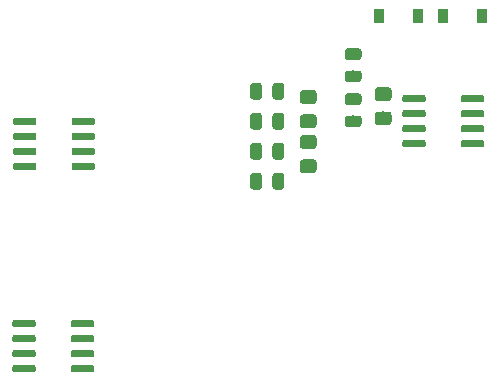
<source format=gbr>
G04 #@! TF.GenerationSoftware,KiCad,Pcbnew,(5.1.2)-2*
G04 #@! TF.CreationDate,2019-11-18T15:02:21-05:00*
G04 #@! TF.ProjectId,Lab_Sensing,4c61625f-5365-46e7-9369-6e672e6b6963,rev?*
G04 #@! TF.SameCoordinates,Original*
G04 #@! TF.FileFunction,Paste,Top*
G04 #@! TF.FilePolarity,Positive*
%FSLAX46Y46*%
G04 Gerber Fmt 4.6, Leading zero omitted, Abs format (unit mm)*
G04 Created by KiCad (PCBNEW (5.1.2)-2) date 2019-11-18 15:02:21*
%MOMM*%
%LPD*%
G04 APERTURE LIST*
%ADD10C,0.100000*%
%ADD11C,1.150000*%
%ADD12R,0.900000X1.200000*%
%ADD13C,0.600000*%
%ADD14C,0.975000*%
G04 APERTURE END LIST*
D10*
G36*
X126204505Y-119296204D02*
G01*
X126228773Y-119299804D01*
X126252572Y-119305765D01*
X126275671Y-119314030D01*
X126297850Y-119324520D01*
X126318893Y-119337132D01*
X126338599Y-119351747D01*
X126356777Y-119368223D01*
X126373253Y-119386401D01*
X126387868Y-119406107D01*
X126400480Y-119427150D01*
X126410970Y-119449329D01*
X126419235Y-119472428D01*
X126425196Y-119496227D01*
X126428796Y-119520495D01*
X126430000Y-119544999D01*
X126430000Y-120195001D01*
X126428796Y-120219505D01*
X126425196Y-120243773D01*
X126419235Y-120267572D01*
X126410970Y-120290671D01*
X126400480Y-120312850D01*
X126387868Y-120333893D01*
X126373253Y-120353599D01*
X126356777Y-120371777D01*
X126338599Y-120388253D01*
X126318893Y-120402868D01*
X126297850Y-120415480D01*
X126275671Y-120425970D01*
X126252572Y-120434235D01*
X126228773Y-120440196D01*
X126204505Y-120443796D01*
X126180001Y-120445000D01*
X125279999Y-120445000D01*
X125255495Y-120443796D01*
X125231227Y-120440196D01*
X125207428Y-120434235D01*
X125184329Y-120425970D01*
X125162150Y-120415480D01*
X125141107Y-120402868D01*
X125121401Y-120388253D01*
X125103223Y-120371777D01*
X125086747Y-120353599D01*
X125072132Y-120333893D01*
X125059520Y-120312850D01*
X125049030Y-120290671D01*
X125040765Y-120267572D01*
X125034804Y-120243773D01*
X125031204Y-120219505D01*
X125030000Y-120195001D01*
X125030000Y-119544999D01*
X125031204Y-119520495D01*
X125034804Y-119496227D01*
X125040765Y-119472428D01*
X125049030Y-119449329D01*
X125059520Y-119427150D01*
X125072132Y-119406107D01*
X125086747Y-119386401D01*
X125103223Y-119368223D01*
X125121401Y-119351747D01*
X125141107Y-119337132D01*
X125162150Y-119324520D01*
X125184329Y-119314030D01*
X125207428Y-119305765D01*
X125231227Y-119299804D01*
X125255495Y-119296204D01*
X125279999Y-119295000D01*
X126180001Y-119295000D01*
X126204505Y-119296204D01*
X126204505Y-119296204D01*
G37*
D11*
X125730000Y-119870000D03*
D10*
G36*
X126204505Y-121346204D02*
G01*
X126228773Y-121349804D01*
X126252572Y-121355765D01*
X126275671Y-121364030D01*
X126297850Y-121374520D01*
X126318893Y-121387132D01*
X126338599Y-121401747D01*
X126356777Y-121418223D01*
X126373253Y-121436401D01*
X126387868Y-121456107D01*
X126400480Y-121477150D01*
X126410970Y-121499329D01*
X126419235Y-121522428D01*
X126425196Y-121546227D01*
X126428796Y-121570495D01*
X126430000Y-121594999D01*
X126430000Y-122245001D01*
X126428796Y-122269505D01*
X126425196Y-122293773D01*
X126419235Y-122317572D01*
X126410970Y-122340671D01*
X126400480Y-122362850D01*
X126387868Y-122383893D01*
X126373253Y-122403599D01*
X126356777Y-122421777D01*
X126338599Y-122438253D01*
X126318893Y-122452868D01*
X126297850Y-122465480D01*
X126275671Y-122475970D01*
X126252572Y-122484235D01*
X126228773Y-122490196D01*
X126204505Y-122493796D01*
X126180001Y-122495000D01*
X125279999Y-122495000D01*
X125255495Y-122493796D01*
X125231227Y-122490196D01*
X125207428Y-122484235D01*
X125184329Y-122475970D01*
X125162150Y-122465480D01*
X125141107Y-122452868D01*
X125121401Y-122438253D01*
X125103223Y-122421777D01*
X125086747Y-122403599D01*
X125072132Y-122383893D01*
X125059520Y-122362850D01*
X125049030Y-122340671D01*
X125040765Y-122317572D01*
X125034804Y-122293773D01*
X125031204Y-122269505D01*
X125030000Y-122245001D01*
X125030000Y-121594999D01*
X125031204Y-121570495D01*
X125034804Y-121546227D01*
X125040765Y-121522428D01*
X125049030Y-121499329D01*
X125059520Y-121477150D01*
X125072132Y-121456107D01*
X125086747Y-121436401D01*
X125103223Y-121418223D01*
X125121401Y-121401747D01*
X125141107Y-121387132D01*
X125162150Y-121374520D01*
X125184329Y-121364030D01*
X125207428Y-121355765D01*
X125231227Y-121349804D01*
X125255495Y-121346204D01*
X125279999Y-121345000D01*
X126180001Y-121345000D01*
X126204505Y-121346204D01*
X126204505Y-121346204D01*
G37*
D11*
X125730000Y-121920000D03*
D10*
G36*
X126204505Y-123106204D02*
G01*
X126228773Y-123109804D01*
X126252572Y-123115765D01*
X126275671Y-123124030D01*
X126297850Y-123134520D01*
X126318893Y-123147132D01*
X126338599Y-123161747D01*
X126356777Y-123178223D01*
X126373253Y-123196401D01*
X126387868Y-123216107D01*
X126400480Y-123237150D01*
X126410970Y-123259329D01*
X126419235Y-123282428D01*
X126425196Y-123306227D01*
X126428796Y-123330495D01*
X126430000Y-123354999D01*
X126430000Y-124005001D01*
X126428796Y-124029505D01*
X126425196Y-124053773D01*
X126419235Y-124077572D01*
X126410970Y-124100671D01*
X126400480Y-124122850D01*
X126387868Y-124143893D01*
X126373253Y-124163599D01*
X126356777Y-124181777D01*
X126338599Y-124198253D01*
X126318893Y-124212868D01*
X126297850Y-124225480D01*
X126275671Y-124235970D01*
X126252572Y-124244235D01*
X126228773Y-124250196D01*
X126204505Y-124253796D01*
X126180001Y-124255000D01*
X125279999Y-124255000D01*
X125255495Y-124253796D01*
X125231227Y-124250196D01*
X125207428Y-124244235D01*
X125184329Y-124235970D01*
X125162150Y-124225480D01*
X125141107Y-124212868D01*
X125121401Y-124198253D01*
X125103223Y-124181777D01*
X125086747Y-124163599D01*
X125072132Y-124143893D01*
X125059520Y-124122850D01*
X125049030Y-124100671D01*
X125040765Y-124077572D01*
X125034804Y-124053773D01*
X125031204Y-124029505D01*
X125030000Y-124005001D01*
X125030000Y-123354999D01*
X125031204Y-123330495D01*
X125034804Y-123306227D01*
X125040765Y-123282428D01*
X125049030Y-123259329D01*
X125059520Y-123237150D01*
X125072132Y-123216107D01*
X125086747Y-123196401D01*
X125103223Y-123178223D01*
X125121401Y-123161747D01*
X125141107Y-123147132D01*
X125162150Y-123134520D01*
X125184329Y-123124030D01*
X125207428Y-123115765D01*
X125231227Y-123109804D01*
X125255495Y-123106204D01*
X125279999Y-123105000D01*
X126180001Y-123105000D01*
X126204505Y-123106204D01*
X126204505Y-123106204D01*
G37*
D11*
X125730000Y-123680000D03*
D10*
G36*
X126204505Y-125156204D02*
G01*
X126228773Y-125159804D01*
X126252572Y-125165765D01*
X126275671Y-125174030D01*
X126297850Y-125184520D01*
X126318893Y-125197132D01*
X126338599Y-125211747D01*
X126356777Y-125228223D01*
X126373253Y-125246401D01*
X126387868Y-125266107D01*
X126400480Y-125287150D01*
X126410970Y-125309329D01*
X126419235Y-125332428D01*
X126425196Y-125356227D01*
X126428796Y-125380495D01*
X126430000Y-125404999D01*
X126430000Y-126055001D01*
X126428796Y-126079505D01*
X126425196Y-126103773D01*
X126419235Y-126127572D01*
X126410970Y-126150671D01*
X126400480Y-126172850D01*
X126387868Y-126193893D01*
X126373253Y-126213599D01*
X126356777Y-126231777D01*
X126338599Y-126248253D01*
X126318893Y-126262868D01*
X126297850Y-126275480D01*
X126275671Y-126285970D01*
X126252572Y-126294235D01*
X126228773Y-126300196D01*
X126204505Y-126303796D01*
X126180001Y-126305000D01*
X125279999Y-126305000D01*
X125255495Y-126303796D01*
X125231227Y-126300196D01*
X125207428Y-126294235D01*
X125184329Y-126285970D01*
X125162150Y-126275480D01*
X125141107Y-126262868D01*
X125121401Y-126248253D01*
X125103223Y-126231777D01*
X125086747Y-126213599D01*
X125072132Y-126193893D01*
X125059520Y-126172850D01*
X125049030Y-126150671D01*
X125040765Y-126127572D01*
X125034804Y-126103773D01*
X125031204Y-126079505D01*
X125030000Y-126055001D01*
X125030000Y-125404999D01*
X125031204Y-125380495D01*
X125034804Y-125356227D01*
X125040765Y-125332428D01*
X125049030Y-125309329D01*
X125059520Y-125287150D01*
X125072132Y-125266107D01*
X125086747Y-125246401D01*
X125103223Y-125228223D01*
X125121401Y-125211747D01*
X125141107Y-125197132D01*
X125162150Y-125184520D01*
X125184329Y-125174030D01*
X125207428Y-125165765D01*
X125231227Y-125159804D01*
X125255495Y-125156204D01*
X125279999Y-125155000D01*
X126180001Y-125155000D01*
X126204505Y-125156204D01*
X126204505Y-125156204D01*
G37*
D11*
X125730000Y-125730000D03*
D10*
G36*
X132554505Y-119051204D02*
G01*
X132578773Y-119054804D01*
X132602572Y-119060765D01*
X132625671Y-119069030D01*
X132647850Y-119079520D01*
X132668893Y-119092132D01*
X132688599Y-119106747D01*
X132706777Y-119123223D01*
X132723253Y-119141401D01*
X132737868Y-119161107D01*
X132750480Y-119182150D01*
X132760970Y-119204329D01*
X132769235Y-119227428D01*
X132775196Y-119251227D01*
X132778796Y-119275495D01*
X132780000Y-119299999D01*
X132780000Y-119950001D01*
X132778796Y-119974505D01*
X132775196Y-119998773D01*
X132769235Y-120022572D01*
X132760970Y-120045671D01*
X132750480Y-120067850D01*
X132737868Y-120088893D01*
X132723253Y-120108599D01*
X132706777Y-120126777D01*
X132688599Y-120143253D01*
X132668893Y-120157868D01*
X132647850Y-120170480D01*
X132625671Y-120180970D01*
X132602572Y-120189235D01*
X132578773Y-120195196D01*
X132554505Y-120198796D01*
X132530001Y-120200000D01*
X131629999Y-120200000D01*
X131605495Y-120198796D01*
X131581227Y-120195196D01*
X131557428Y-120189235D01*
X131534329Y-120180970D01*
X131512150Y-120170480D01*
X131491107Y-120157868D01*
X131471401Y-120143253D01*
X131453223Y-120126777D01*
X131436747Y-120108599D01*
X131422132Y-120088893D01*
X131409520Y-120067850D01*
X131399030Y-120045671D01*
X131390765Y-120022572D01*
X131384804Y-119998773D01*
X131381204Y-119974505D01*
X131380000Y-119950001D01*
X131380000Y-119299999D01*
X131381204Y-119275495D01*
X131384804Y-119251227D01*
X131390765Y-119227428D01*
X131399030Y-119204329D01*
X131409520Y-119182150D01*
X131422132Y-119161107D01*
X131436747Y-119141401D01*
X131453223Y-119123223D01*
X131471401Y-119106747D01*
X131491107Y-119092132D01*
X131512150Y-119079520D01*
X131534329Y-119069030D01*
X131557428Y-119060765D01*
X131581227Y-119054804D01*
X131605495Y-119051204D01*
X131629999Y-119050000D01*
X132530001Y-119050000D01*
X132554505Y-119051204D01*
X132554505Y-119051204D01*
G37*
D11*
X132080000Y-119625000D03*
D10*
G36*
X132554505Y-121101204D02*
G01*
X132578773Y-121104804D01*
X132602572Y-121110765D01*
X132625671Y-121119030D01*
X132647850Y-121129520D01*
X132668893Y-121142132D01*
X132688599Y-121156747D01*
X132706777Y-121173223D01*
X132723253Y-121191401D01*
X132737868Y-121211107D01*
X132750480Y-121232150D01*
X132760970Y-121254329D01*
X132769235Y-121277428D01*
X132775196Y-121301227D01*
X132778796Y-121325495D01*
X132780000Y-121349999D01*
X132780000Y-122000001D01*
X132778796Y-122024505D01*
X132775196Y-122048773D01*
X132769235Y-122072572D01*
X132760970Y-122095671D01*
X132750480Y-122117850D01*
X132737868Y-122138893D01*
X132723253Y-122158599D01*
X132706777Y-122176777D01*
X132688599Y-122193253D01*
X132668893Y-122207868D01*
X132647850Y-122220480D01*
X132625671Y-122230970D01*
X132602572Y-122239235D01*
X132578773Y-122245196D01*
X132554505Y-122248796D01*
X132530001Y-122250000D01*
X131629999Y-122250000D01*
X131605495Y-122248796D01*
X131581227Y-122245196D01*
X131557428Y-122239235D01*
X131534329Y-122230970D01*
X131512150Y-122220480D01*
X131491107Y-122207868D01*
X131471401Y-122193253D01*
X131453223Y-122176777D01*
X131436747Y-122158599D01*
X131422132Y-122138893D01*
X131409520Y-122117850D01*
X131399030Y-122095671D01*
X131390765Y-122072572D01*
X131384804Y-122048773D01*
X131381204Y-122024505D01*
X131380000Y-122000001D01*
X131380000Y-121349999D01*
X131381204Y-121325495D01*
X131384804Y-121301227D01*
X131390765Y-121277428D01*
X131399030Y-121254329D01*
X131409520Y-121232150D01*
X131422132Y-121211107D01*
X131436747Y-121191401D01*
X131453223Y-121173223D01*
X131471401Y-121156747D01*
X131491107Y-121142132D01*
X131512150Y-121129520D01*
X131534329Y-121119030D01*
X131557428Y-121110765D01*
X131581227Y-121104804D01*
X131605495Y-121101204D01*
X131629999Y-121100000D01*
X132530001Y-121100000D01*
X132554505Y-121101204D01*
X132554505Y-121101204D01*
G37*
D11*
X132080000Y-121675000D03*
D12*
X137160000Y-113030000D03*
X140460000Y-113030000D03*
X131700000Y-113030000D03*
X135000000Y-113030000D03*
D10*
G36*
X135524703Y-119715722D02*
G01*
X135539264Y-119717882D01*
X135553543Y-119721459D01*
X135567403Y-119726418D01*
X135580710Y-119732712D01*
X135593336Y-119740280D01*
X135605159Y-119749048D01*
X135616066Y-119758934D01*
X135625952Y-119769841D01*
X135634720Y-119781664D01*
X135642288Y-119794290D01*
X135648582Y-119807597D01*
X135653541Y-119821457D01*
X135657118Y-119835736D01*
X135659278Y-119850297D01*
X135660000Y-119865000D01*
X135660000Y-120165000D01*
X135659278Y-120179703D01*
X135657118Y-120194264D01*
X135653541Y-120208543D01*
X135648582Y-120222403D01*
X135642288Y-120235710D01*
X135634720Y-120248336D01*
X135625952Y-120260159D01*
X135616066Y-120271066D01*
X135605159Y-120280952D01*
X135593336Y-120289720D01*
X135580710Y-120297288D01*
X135567403Y-120303582D01*
X135553543Y-120308541D01*
X135539264Y-120312118D01*
X135524703Y-120314278D01*
X135510000Y-120315000D01*
X133860000Y-120315000D01*
X133845297Y-120314278D01*
X133830736Y-120312118D01*
X133816457Y-120308541D01*
X133802597Y-120303582D01*
X133789290Y-120297288D01*
X133776664Y-120289720D01*
X133764841Y-120280952D01*
X133753934Y-120271066D01*
X133744048Y-120260159D01*
X133735280Y-120248336D01*
X133727712Y-120235710D01*
X133721418Y-120222403D01*
X133716459Y-120208543D01*
X133712882Y-120194264D01*
X133710722Y-120179703D01*
X133710000Y-120165000D01*
X133710000Y-119865000D01*
X133710722Y-119850297D01*
X133712882Y-119835736D01*
X133716459Y-119821457D01*
X133721418Y-119807597D01*
X133727712Y-119794290D01*
X133735280Y-119781664D01*
X133744048Y-119769841D01*
X133753934Y-119758934D01*
X133764841Y-119749048D01*
X133776664Y-119740280D01*
X133789290Y-119732712D01*
X133802597Y-119726418D01*
X133816457Y-119721459D01*
X133830736Y-119717882D01*
X133845297Y-119715722D01*
X133860000Y-119715000D01*
X135510000Y-119715000D01*
X135524703Y-119715722D01*
X135524703Y-119715722D01*
G37*
D13*
X134685000Y-120015000D03*
D10*
G36*
X135524703Y-120985722D02*
G01*
X135539264Y-120987882D01*
X135553543Y-120991459D01*
X135567403Y-120996418D01*
X135580710Y-121002712D01*
X135593336Y-121010280D01*
X135605159Y-121019048D01*
X135616066Y-121028934D01*
X135625952Y-121039841D01*
X135634720Y-121051664D01*
X135642288Y-121064290D01*
X135648582Y-121077597D01*
X135653541Y-121091457D01*
X135657118Y-121105736D01*
X135659278Y-121120297D01*
X135660000Y-121135000D01*
X135660000Y-121435000D01*
X135659278Y-121449703D01*
X135657118Y-121464264D01*
X135653541Y-121478543D01*
X135648582Y-121492403D01*
X135642288Y-121505710D01*
X135634720Y-121518336D01*
X135625952Y-121530159D01*
X135616066Y-121541066D01*
X135605159Y-121550952D01*
X135593336Y-121559720D01*
X135580710Y-121567288D01*
X135567403Y-121573582D01*
X135553543Y-121578541D01*
X135539264Y-121582118D01*
X135524703Y-121584278D01*
X135510000Y-121585000D01*
X133860000Y-121585000D01*
X133845297Y-121584278D01*
X133830736Y-121582118D01*
X133816457Y-121578541D01*
X133802597Y-121573582D01*
X133789290Y-121567288D01*
X133776664Y-121559720D01*
X133764841Y-121550952D01*
X133753934Y-121541066D01*
X133744048Y-121530159D01*
X133735280Y-121518336D01*
X133727712Y-121505710D01*
X133721418Y-121492403D01*
X133716459Y-121478543D01*
X133712882Y-121464264D01*
X133710722Y-121449703D01*
X133710000Y-121435000D01*
X133710000Y-121135000D01*
X133710722Y-121120297D01*
X133712882Y-121105736D01*
X133716459Y-121091457D01*
X133721418Y-121077597D01*
X133727712Y-121064290D01*
X133735280Y-121051664D01*
X133744048Y-121039841D01*
X133753934Y-121028934D01*
X133764841Y-121019048D01*
X133776664Y-121010280D01*
X133789290Y-121002712D01*
X133802597Y-120996418D01*
X133816457Y-120991459D01*
X133830736Y-120987882D01*
X133845297Y-120985722D01*
X133860000Y-120985000D01*
X135510000Y-120985000D01*
X135524703Y-120985722D01*
X135524703Y-120985722D01*
G37*
D13*
X134685000Y-121285000D03*
D10*
G36*
X135524703Y-122255722D02*
G01*
X135539264Y-122257882D01*
X135553543Y-122261459D01*
X135567403Y-122266418D01*
X135580710Y-122272712D01*
X135593336Y-122280280D01*
X135605159Y-122289048D01*
X135616066Y-122298934D01*
X135625952Y-122309841D01*
X135634720Y-122321664D01*
X135642288Y-122334290D01*
X135648582Y-122347597D01*
X135653541Y-122361457D01*
X135657118Y-122375736D01*
X135659278Y-122390297D01*
X135660000Y-122405000D01*
X135660000Y-122705000D01*
X135659278Y-122719703D01*
X135657118Y-122734264D01*
X135653541Y-122748543D01*
X135648582Y-122762403D01*
X135642288Y-122775710D01*
X135634720Y-122788336D01*
X135625952Y-122800159D01*
X135616066Y-122811066D01*
X135605159Y-122820952D01*
X135593336Y-122829720D01*
X135580710Y-122837288D01*
X135567403Y-122843582D01*
X135553543Y-122848541D01*
X135539264Y-122852118D01*
X135524703Y-122854278D01*
X135510000Y-122855000D01*
X133860000Y-122855000D01*
X133845297Y-122854278D01*
X133830736Y-122852118D01*
X133816457Y-122848541D01*
X133802597Y-122843582D01*
X133789290Y-122837288D01*
X133776664Y-122829720D01*
X133764841Y-122820952D01*
X133753934Y-122811066D01*
X133744048Y-122800159D01*
X133735280Y-122788336D01*
X133727712Y-122775710D01*
X133721418Y-122762403D01*
X133716459Y-122748543D01*
X133712882Y-122734264D01*
X133710722Y-122719703D01*
X133710000Y-122705000D01*
X133710000Y-122405000D01*
X133710722Y-122390297D01*
X133712882Y-122375736D01*
X133716459Y-122361457D01*
X133721418Y-122347597D01*
X133727712Y-122334290D01*
X133735280Y-122321664D01*
X133744048Y-122309841D01*
X133753934Y-122298934D01*
X133764841Y-122289048D01*
X133776664Y-122280280D01*
X133789290Y-122272712D01*
X133802597Y-122266418D01*
X133816457Y-122261459D01*
X133830736Y-122257882D01*
X133845297Y-122255722D01*
X133860000Y-122255000D01*
X135510000Y-122255000D01*
X135524703Y-122255722D01*
X135524703Y-122255722D01*
G37*
D13*
X134685000Y-122555000D03*
D10*
G36*
X135524703Y-123525722D02*
G01*
X135539264Y-123527882D01*
X135553543Y-123531459D01*
X135567403Y-123536418D01*
X135580710Y-123542712D01*
X135593336Y-123550280D01*
X135605159Y-123559048D01*
X135616066Y-123568934D01*
X135625952Y-123579841D01*
X135634720Y-123591664D01*
X135642288Y-123604290D01*
X135648582Y-123617597D01*
X135653541Y-123631457D01*
X135657118Y-123645736D01*
X135659278Y-123660297D01*
X135660000Y-123675000D01*
X135660000Y-123975000D01*
X135659278Y-123989703D01*
X135657118Y-124004264D01*
X135653541Y-124018543D01*
X135648582Y-124032403D01*
X135642288Y-124045710D01*
X135634720Y-124058336D01*
X135625952Y-124070159D01*
X135616066Y-124081066D01*
X135605159Y-124090952D01*
X135593336Y-124099720D01*
X135580710Y-124107288D01*
X135567403Y-124113582D01*
X135553543Y-124118541D01*
X135539264Y-124122118D01*
X135524703Y-124124278D01*
X135510000Y-124125000D01*
X133860000Y-124125000D01*
X133845297Y-124124278D01*
X133830736Y-124122118D01*
X133816457Y-124118541D01*
X133802597Y-124113582D01*
X133789290Y-124107288D01*
X133776664Y-124099720D01*
X133764841Y-124090952D01*
X133753934Y-124081066D01*
X133744048Y-124070159D01*
X133735280Y-124058336D01*
X133727712Y-124045710D01*
X133721418Y-124032403D01*
X133716459Y-124018543D01*
X133712882Y-124004264D01*
X133710722Y-123989703D01*
X133710000Y-123975000D01*
X133710000Y-123675000D01*
X133710722Y-123660297D01*
X133712882Y-123645736D01*
X133716459Y-123631457D01*
X133721418Y-123617597D01*
X133727712Y-123604290D01*
X133735280Y-123591664D01*
X133744048Y-123579841D01*
X133753934Y-123568934D01*
X133764841Y-123559048D01*
X133776664Y-123550280D01*
X133789290Y-123542712D01*
X133802597Y-123536418D01*
X133816457Y-123531459D01*
X133830736Y-123527882D01*
X133845297Y-123525722D01*
X133860000Y-123525000D01*
X135510000Y-123525000D01*
X135524703Y-123525722D01*
X135524703Y-123525722D01*
G37*
D13*
X134685000Y-123825000D03*
D10*
G36*
X140474703Y-123525722D02*
G01*
X140489264Y-123527882D01*
X140503543Y-123531459D01*
X140517403Y-123536418D01*
X140530710Y-123542712D01*
X140543336Y-123550280D01*
X140555159Y-123559048D01*
X140566066Y-123568934D01*
X140575952Y-123579841D01*
X140584720Y-123591664D01*
X140592288Y-123604290D01*
X140598582Y-123617597D01*
X140603541Y-123631457D01*
X140607118Y-123645736D01*
X140609278Y-123660297D01*
X140610000Y-123675000D01*
X140610000Y-123975000D01*
X140609278Y-123989703D01*
X140607118Y-124004264D01*
X140603541Y-124018543D01*
X140598582Y-124032403D01*
X140592288Y-124045710D01*
X140584720Y-124058336D01*
X140575952Y-124070159D01*
X140566066Y-124081066D01*
X140555159Y-124090952D01*
X140543336Y-124099720D01*
X140530710Y-124107288D01*
X140517403Y-124113582D01*
X140503543Y-124118541D01*
X140489264Y-124122118D01*
X140474703Y-124124278D01*
X140460000Y-124125000D01*
X138810000Y-124125000D01*
X138795297Y-124124278D01*
X138780736Y-124122118D01*
X138766457Y-124118541D01*
X138752597Y-124113582D01*
X138739290Y-124107288D01*
X138726664Y-124099720D01*
X138714841Y-124090952D01*
X138703934Y-124081066D01*
X138694048Y-124070159D01*
X138685280Y-124058336D01*
X138677712Y-124045710D01*
X138671418Y-124032403D01*
X138666459Y-124018543D01*
X138662882Y-124004264D01*
X138660722Y-123989703D01*
X138660000Y-123975000D01*
X138660000Y-123675000D01*
X138660722Y-123660297D01*
X138662882Y-123645736D01*
X138666459Y-123631457D01*
X138671418Y-123617597D01*
X138677712Y-123604290D01*
X138685280Y-123591664D01*
X138694048Y-123579841D01*
X138703934Y-123568934D01*
X138714841Y-123559048D01*
X138726664Y-123550280D01*
X138739290Y-123542712D01*
X138752597Y-123536418D01*
X138766457Y-123531459D01*
X138780736Y-123527882D01*
X138795297Y-123525722D01*
X138810000Y-123525000D01*
X140460000Y-123525000D01*
X140474703Y-123525722D01*
X140474703Y-123525722D01*
G37*
D13*
X139635000Y-123825000D03*
D10*
G36*
X140474703Y-122255722D02*
G01*
X140489264Y-122257882D01*
X140503543Y-122261459D01*
X140517403Y-122266418D01*
X140530710Y-122272712D01*
X140543336Y-122280280D01*
X140555159Y-122289048D01*
X140566066Y-122298934D01*
X140575952Y-122309841D01*
X140584720Y-122321664D01*
X140592288Y-122334290D01*
X140598582Y-122347597D01*
X140603541Y-122361457D01*
X140607118Y-122375736D01*
X140609278Y-122390297D01*
X140610000Y-122405000D01*
X140610000Y-122705000D01*
X140609278Y-122719703D01*
X140607118Y-122734264D01*
X140603541Y-122748543D01*
X140598582Y-122762403D01*
X140592288Y-122775710D01*
X140584720Y-122788336D01*
X140575952Y-122800159D01*
X140566066Y-122811066D01*
X140555159Y-122820952D01*
X140543336Y-122829720D01*
X140530710Y-122837288D01*
X140517403Y-122843582D01*
X140503543Y-122848541D01*
X140489264Y-122852118D01*
X140474703Y-122854278D01*
X140460000Y-122855000D01*
X138810000Y-122855000D01*
X138795297Y-122854278D01*
X138780736Y-122852118D01*
X138766457Y-122848541D01*
X138752597Y-122843582D01*
X138739290Y-122837288D01*
X138726664Y-122829720D01*
X138714841Y-122820952D01*
X138703934Y-122811066D01*
X138694048Y-122800159D01*
X138685280Y-122788336D01*
X138677712Y-122775710D01*
X138671418Y-122762403D01*
X138666459Y-122748543D01*
X138662882Y-122734264D01*
X138660722Y-122719703D01*
X138660000Y-122705000D01*
X138660000Y-122405000D01*
X138660722Y-122390297D01*
X138662882Y-122375736D01*
X138666459Y-122361457D01*
X138671418Y-122347597D01*
X138677712Y-122334290D01*
X138685280Y-122321664D01*
X138694048Y-122309841D01*
X138703934Y-122298934D01*
X138714841Y-122289048D01*
X138726664Y-122280280D01*
X138739290Y-122272712D01*
X138752597Y-122266418D01*
X138766457Y-122261459D01*
X138780736Y-122257882D01*
X138795297Y-122255722D01*
X138810000Y-122255000D01*
X140460000Y-122255000D01*
X140474703Y-122255722D01*
X140474703Y-122255722D01*
G37*
D13*
X139635000Y-122555000D03*
D10*
G36*
X140474703Y-120985722D02*
G01*
X140489264Y-120987882D01*
X140503543Y-120991459D01*
X140517403Y-120996418D01*
X140530710Y-121002712D01*
X140543336Y-121010280D01*
X140555159Y-121019048D01*
X140566066Y-121028934D01*
X140575952Y-121039841D01*
X140584720Y-121051664D01*
X140592288Y-121064290D01*
X140598582Y-121077597D01*
X140603541Y-121091457D01*
X140607118Y-121105736D01*
X140609278Y-121120297D01*
X140610000Y-121135000D01*
X140610000Y-121435000D01*
X140609278Y-121449703D01*
X140607118Y-121464264D01*
X140603541Y-121478543D01*
X140598582Y-121492403D01*
X140592288Y-121505710D01*
X140584720Y-121518336D01*
X140575952Y-121530159D01*
X140566066Y-121541066D01*
X140555159Y-121550952D01*
X140543336Y-121559720D01*
X140530710Y-121567288D01*
X140517403Y-121573582D01*
X140503543Y-121578541D01*
X140489264Y-121582118D01*
X140474703Y-121584278D01*
X140460000Y-121585000D01*
X138810000Y-121585000D01*
X138795297Y-121584278D01*
X138780736Y-121582118D01*
X138766457Y-121578541D01*
X138752597Y-121573582D01*
X138739290Y-121567288D01*
X138726664Y-121559720D01*
X138714841Y-121550952D01*
X138703934Y-121541066D01*
X138694048Y-121530159D01*
X138685280Y-121518336D01*
X138677712Y-121505710D01*
X138671418Y-121492403D01*
X138666459Y-121478543D01*
X138662882Y-121464264D01*
X138660722Y-121449703D01*
X138660000Y-121435000D01*
X138660000Y-121135000D01*
X138660722Y-121120297D01*
X138662882Y-121105736D01*
X138666459Y-121091457D01*
X138671418Y-121077597D01*
X138677712Y-121064290D01*
X138685280Y-121051664D01*
X138694048Y-121039841D01*
X138703934Y-121028934D01*
X138714841Y-121019048D01*
X138726664Y-121010280D01*
X138739290Y-121002712D01*
X138752597Y-120996418D01*
X138766457Y-120991459D01*
X138780736Y-120987882D01*
X138795297Y-120985722D01*
X138810000Y-120985000D01*
X140460000Y-120985000D01*
X140474703Y-120985722D01*
X140474703Y-120985722D01*
G37*
D13*
X139635000Y-121285000D03*
D10*
G36*
X140474703Y-119715722D02*
G01*
X140489264Y-119717882D01*
X140503543Y-119721459D01*
X140517403Y-119726418D01*
X140530710Y-119732712D01*
X140543336Y-119740280D01*
X140555159Y-119749048D01*
X140566066Y-119758934D01*
X140575952Y-119769841D01*
X140584720Y-119781664D01*
X140592288Y-119794290D01*
X140598582Y-119807597D01*
X140603541Y-119821457D01*
X140607118Y-119835736D01*
X140609278Y-119850297D01*
X140610000Y-119865000D01*
X140610000Y-120165000D01*
X140609278Y-120179703D01*
X140607118Y-120194264D01*
X140603541Y-120208543D01*
X140598582Y-120222403D01*
X140592288Y-120235710D01*
X140584720Y-120248336D01*
X140575952Y-120260159D01*
X140566066Y-120271066D01*
X140555159Y-120280952D01*
X140543336Y-120289720D01*
X140530710Y-120297288D01*
X140517403Y-120303582D01*
X140503543Y-120308541D01*
X140489264Y-120312118D01*
X140474703Y-120314278D01*
X140460000Y-120315000D01*
X138810000Y-120315000D01*
X138795297Y-120314278D01*
X138780736Y-120312118D01*
X138766457Y-120308541D01*
X138752597Y-120303582D01*
X138739290Y-120297288D01*
X138726664Y-120289720D01*
X138714841Y-120280952D01*
X138703934Y-120271066D01*
X138694048Y-120260159D01*
X138685280Y-120248336D01*
X138677712Y-120235710D01*
X138671418Y-120222403D01*
X138666459Y-120208543D01*
X138662882Y-120194264D01*
X138660722Y-120179703D01*
X138660000Y-120165000D01*
X138660000Y-119865000D01*
X138660722Y-119850297D01*
X138662882Y-119835736D01*
X138666459Y-119821457D01*
X138671418Y-119807597D01*
X138677712Y-119794290D01*
X138685280Y-119781664D01*
X138694048Y-119769841D01*
X138703934Y-119758934D01*
X138714841Y-119749048D01*
X138726664Y-119740280D01*
X138739290Y-119732712D01*
X138752597Y-119726418D01*
X138766457Y-119721459D01*
X138780736Y-119717882D01*
X138795297Y-119715722D01*
X138810000Y-119715000D01*
X140460000Y-119715000D01*
X140474703Y-119715722D01*
X140474703Y-119715722D01*
G37*
D13*
X139635000Y-120015000D03*
D10*
G36*
X123457642Y-121221174D02*
G01*
X123481303Y-121224684D01*
X123504507Y-121230496D01*
X123527029Y-121238554D01*
X123548653Y-121248782D01*
X123569170Y-121261079D01*
X123588383Y-121275329D01*
X123606107Y-121291393D01*
X123622171Y-121309117D01*
X123636421Y-121328330D01*
X123648718Y-121348847D01*
X123658946Y-121370471D01*
X123667004Y-121392993D01*
X123672816Y-121416197D01*
X123676326Y-121439858D01*
X123677500Y-121463750D01*
X123677500Y-122376250D01*
X123676326Y-122400142D01*
X123672816Y-122423803D01*
X123667004Y-122447007D01*
X123658946Y-122469529D01*
X123648718Y-122491153D01*
X123636421Y-122511670D01*
X123622171Y-122530883D01*
X123606107Y-122548607D01*
X123588383Y-122564671D01*
X123569170Y-122578921D01*
X123548653Y-122591218D01*
X123527029Y-122601446D01*
X123504507Y-122609504D01*
X123481303Y-122615316D01*
X123457642Y-122618826D01*
X123433750Y-122620000D01*
X122946250Y-122620000D01*
X122922358Y-122618826D01*
X122898697Y-122615316D01*
X122875493Y-122609504D01*
X122852971Y-122601446D01*
X122831347Y-122591218D01*
X122810830Y-122578921D01*
X122791617Y-122564671D01*
X122773893Y-122548607D01*
X122757829Y-122530883D01*
X122743579Y-122511670D01*
X122731282Y-122491153D01*
X122721054Y-122469529D01*
X122712996Y-122447007D01*
X122707184Y-122423803D01*
X122703674Y-122400142D01*
X122702500Y-122376250D01*
X122702500Y-121463750D01*
X122703674Y-121439858D01*
X122707184Y-121416197D01*
X122712996Y-121392993D01*
X122721054Y-121370471D01*
X122731282Y-121348847D01*
X122743579Y-121328330D01*
X122757829Y-121309117D01*
X122773893Y-121291393D01*
X122791617Y-121275329D01*
X122810830Y-121261079D01*
X122831347Y-121248782D01*
X122852971Y-121238554D01*
X122875493Y-121230496D01*
X122898697Y-121224684D01*
X122922358Y-121221174D01*
X122946250Y-121220000D01*
X123433750Y-121220000D01*
X123457642Y-121221174D01*
X123457642Y-121221174D01*
G37*
D14*
X123190000Y-121920000D03*
D10*
G36*
X121582642Y-121221174D02*
G01*
X121606303Y-121224684D01*
X121629507Y-121230496D01*
X121652029Y-121238554D01*
X121673653Y-121248782D01*
X121694170Y-121261079D01*
X121713383Y-121275329D01*
X121731107Y-121291393D01*
X121747171Y-121309117D01*
X121761421Y-121328330D01*
X121773718Y-121348847D01*
X121783946Y-121370471D01*
X121792004Y-121392993D01*
X121797816Y-121416197D01*
X121801326Y-121439858D01*
X121802500Y-121463750D01*
X121802500Y-122376250D01*
X121801326Y-122400142D01*
X121797816Y-122423803D01*
X121792004Y-122447007D01*
X121783946Y-122469529D01*
X121773718Y-122491153D01*
X121761421Y-122511670D01*
X121747171Y-122530883D01*
X121731107Y-122548607D01*
X121713383Y-122564671D01*
X121694170Y-122578921D01*
X121673653Y-122591218D01*
X121652029Y-122601446D01*
X121629507Y-122609504D01*
X121606303Y-122615316D01*
X121582642Y-122618826D01*
X121558750Y-122620000D01*
X121071250Y-122620000D01*
X121047358Y-122618826D01*
X121023697Y-122615316D01*
X121000493Y-122609504D01*
X120977971Y-122601446D01*
X120956347Y-122591218D01*
X120935830Y-122578921D01*
X120916617Y-122564671D01*
X120898893Y-122548607D01*
X120882829Y-122530883D01*
X120868579Y-122511670D01*
X120856282Y-122491153D01*
X120846054Y-122469529D01*
X120837996Y-122447007D01*
X120832184Y-122423803D01*
X120828674Y-122400142D01*
X120827500Y-122376250D01*
X120827500Y-121463750D01*
X120828674Y-121439858D01*
X120832184Y-121416197D01*
X120837996Y-121392993D01*
X120846054Y-121370471D01*
X120856282Y-121348847D01*
X120868579Y-121328330D01*
X120882829Y-121309117D01*
X120898893Y-121291393D01*
X120916617Y-121275329D01*
X120935830Y-121261079D01*
X120956347Y-121248782D01*
X120977971Y-121238554D01*
X121000493Y-121230496D01*
X121023697Y-121224684D01*
X121047358Y-121221174D01*
X121071250Y-121220000D01*
X121558750Y-121220000D01*
X121582642Y-121221174D01*
X121582642Y-121221174D01*
G37*
D14*
X121315000Y-121920000D03*
D10*
G36*
X121582642Y-126301174D02*
G01*
X121606303Y-126304684D01*
X121629507Y-126310496D01*
X121652029Y-126318554D01*
X121673653Y-126328782D01*
X121694170Y-126341079D01*
X121713383Y-126355329D01*
X121731107Y-126371393D01*
X121747171Y-126389117D01*
X121761421Y-126408330D01*
X121773718Y-126428847D01*
X121783946Y-126450471D01*
X121792004Y-126472993D01*
X121797816Y-126496197D01*
X121801326Y-126519858D01*
X121802500Y-126543750D01*
X121802500Y-127456250D01*
X121801326Y-127480142D01*
X121797816Y-127503803D01*
X121792004Y-127527007D01*
X121783946Y-127549529D01*
X121773718Y-127571153D01*
X121761421Y-127591670D01*
X121747171Y-127610883D01*
X121731107Y-127628607D01*
X121713383Y-127644671D01*
X121694170Y-127658921D01*
X121673653Y-127671218D01*
X121652029Y-127681446D01*
X121629507Y-127689504D01*
X121606303Y-127695316D01*
X121582642Y-127698826D01*
X121558750Y-127700000D01*
X121071250Y-127700000D01*
X121047358Y-127698826D01*
X121023697Y-127695316D01*
X121000493Y-127689504D01*
X120977971Y-127681446D01*
X120956347Y-127671218D01*
X120935830Y-127658921D01*
X120916617Y-127644671D01*
X120898893Y-127628607D01*
X120882829Y-127610883D01*
X120868579Y-127591670D01*
X120856282Y-127571153D01*
X120846054Y-127549529D01*
X120837996Y-127527007D01*
X120832184Y-127503803D01*
X120828674Y-127480142D01*
X120827500Y-127456250D01*
X120827500Y-126543750D01*
X120828674Y-126519858D01*
X120832184Y-126496197D01*
X120837996Y-126472993D01*
X120846054Y-126450471D01*
X120856282Y-126428847D01*
X120868579Y-126408330D01*
X120882829Y-126389117D01*
X120898893Y-126371393D01*
X120916617Y-126355329D01*
X120935830Y-126341079D01*
X120956347Y-126328782D01*
X120977971Y-126318554D01*
X121000493Y-126310496D01*
X121023697Y-126304684D01*
X121047358Y-126301174D01*
X121071250Y-126300000D01*
X121558750Y-126300000D01*
X121582642Y-126301174D01*
X121582642Y-126301174D01*
G37*
D14*
X121315000Y-127000000D03*
D10*
G36*
X123457642Y-126301174D02*
G01*
X123481303Y-126304684D01*
X123504507Y-126310496D01*
X123527029Y-126318554D01*
X123548653Y-126328782D01*
X123569170Y-126341079D01*
X123588383Y-126355329D01*
X123606107Y-126371393D01*
X123622171Y-126389117D01*
X123636421Y-126408330D01*
X123648718Y-126428847D01*
X123658946Y-126450471D01*
X123667004Y-126472993D01*
X123672816Y-126496197D01*
X123676326Y-126519858D01*
X123677500Y-126543750D01*
X123677500Y-127456250D01*
X123676326Y-127480142D01*
X123672816Y-127503803D01*
X123667004Y-127527007D01*
X123658946Y-127549529D01*
X123648718Y-127571153D01*
X123636421Y-127591670D01*
X123622171Y-127610883D01*
X123606107Y-127628607D01*
X123588383Y-127644671D01*
X123569170Y-127658921D01*
X123548653Y-127671218D01*
X123527029Y-127681446D01*
X123504507Y-127689504D01*
X123481303Y-127695316D01*
X123457642Y-127698826D01*
X123433750Y-127700000D01*
X122946250Y-127700000D01*
X122922358Y-127698826D01*
X122898697Y-127695316D01*
X122875493Y-127689504D01*
X122852971Y-127681446D01*
X122831347Y-127671218D01*
X122810830Y-127658921D01*
X122791617Y-127644671D01*
X122773893Y-127628607D01*
X122757829Y-127610883D01*
X122743579Y-127591670D01*
X122731282Y-127571153D01*
X122721054Y-127549529D01*
X122712996Y-127527007D01*
X122707184Y-127503803D01*
X122703674Y-127480142D01*
X122702500Y-127456250D01*
X122702500Y-126543750D01*
X122703674Y-126519858D01*
X122707184Y-126496197D01*
X122712996Y-126472993D01*
X122721054Y-126450471D01*
X122731282Y-126428847D01*
X122743579Y-126408330D01*
X122757829Y-126389117D01*
X122773893Y-126371393D01*
X122791617Y-126355329D01*
X122810830Y-126341079D01*
X122831347Y-126328782D01*
X122852971Y-126318554D01*
X122875493Y-126310496D01*
X122898697Y-126304684D01*
X122922358Y-126301174D01*
X122946250Y-126300000D01*
X123433750Y-126300000D01*
X123457642Y-126301174D01*
X123457642Y-126301174D01*
G37*
D14*
X123190000Y-127000000D03*
D10*
G36*
X130020142Y-121433674D02*
G01*
X130043803Y-121437184D01*
X130067007Y-121442996D01*
X130089529Y-121451054D01*
X130111153Y-121461282D01*
X130131670Y-121473579D01*
X130150883Y-121487829D01*
X130168607Y-121503893D01*
X130184671Y-121521617D01*
X130198921Y-121540830D01*
X130211218Y-121561347D01*
X130221446Y-121582971D01*
X130229504Y-121605493D01*
X130235316Y-121628697D01*
X130238826Y-121652358D01*
X130240000Y-121676250D01*
X130240000Y-122163750D01*
X130238826Y-122187642D01*
X130235316Y-122211303D01*
X130229504Y-122234507D01*
X130221446Y-122257029D01*
X130211218Y-122278653D01*
X130198921Y-122299170D01*
X130184671Y-122318383D01*
X130168607Y-122336107D01*
X130150883Y-122352171D01*
X130131670Y-122366421D01*
X130111153Y-122378718D01*
X130089529Y-122388946D01*
X130067007Y-122397004D01*
X130043803Y-122402816D01*
X130020142Y-122406326D01*
X129996250Y-122407500D01*
X129083750Y-122407500D01*
X129059858Y-122406326D01*
X129036197Y-122402816D01*
X129012993Y-122397004D01*
X128990471Y-122388946D01*
X128968847Y-122378718D01*
X128948330Y-122366421D01*
X128929117Y-122352171D01*
X128911393Y-122336107D01*
X128895329Y-122318383D01*
X128881079Y-122299170D01*
X128868782Y-122278653D01*
X128858554Y-122257029D01*
X128850496Y-122234507D01*
X128844684Y-122211303D01*
X128841174Y-122187642D01*
X128840000Y-122163750D01*
X128840000Y-121676250D01*
X128841174Y-121652358D01*
X128844684Y-121628697D01*
X128850496Y-121605493D01*
X128858554Y-121582971D01*
X128868782Y-121561347D01*
X128881079Y-121540830D01*
X128895329Y-121521617D01*
X128911393Y-121503893D01*
X128929117Y-121487829D01*
X128948330Y-121473579D01*
X128968847Y-121461282D01*
X128990471Y-121451054D01*
X129012993Y-121442996D01*
X129036197Y-121437184D01*
X129059858Y-121433674D01*
X129083750Y-121432500D01*
X129996250Y-121432500D01*
X130020142Y-121433674D01*
X130020142Y-121433674D01*
G37*
D14*
X129540000Y-121920000D03*
D10*
G36*
X130020142Y-119558674D02*
G01*
X130043803Y-119562184D01*
X130067007Y-119567996D01*
X130089529Y-119576054D01*
X130111153Y-119586282D01*
X130131670Y-119598579D01*
X130150883Y-119612829D01*
X130168607Y-119628893D01*
X130184671Y-119646617D01*
X130198921Y-119665830D01*
X130211218Y-119686347D01*
X130221446Y-119707971D01*
X130229504Y-119730493D01*
X130235316Y-119753697D01*
X130238826Y-119777358D01*
X130240000Y-119801250D01*
X130240000Y-120288750D01*
X130238826Y-120312642D01*
X130235316Y-120336303D01*
X130229504Y-120359507D01*
X130221446Y-120382029D01*
X130211218Y-120403653D01*
X130198921Y-120424170D01*
X130184671Y-120443383D01*
X130168607Y-120461107D01*
X130150883Y-120477171D01*
X130131670Y-120491421D01*
X130111153Y-120503718D01*
X130089529Y-120513946D01*
X130067007Y-120522004D01*
X130043803Y-120527816D01*
X130020142Y-120531326D01*
X129996250Y-120532500D01*
X129083750Y-120532500D01*
X129059858Y-120531326D01*
X129036197Y-120527816D01*
X129012993Y-120522004D01*
X128990471Y-120513946D01*
X128968847Y-120503718D01*
X128948330Y-120491421D01*
X128929117Y-120477171D01*
X128911393Y-120461107D01*
X128895329Y-120443383D01*
X128881079Y-120424170D01*
X128868782Y-120403653D01*
X128858554Y-120382029D01*
X128850496Y-120359507D01*
X128844684Y-120336303D01*
X128841174Y-120312642D01*
X128840000Y-120288750D01*
X128840000Y-119801250D01*
X128841174Y-119777358D01*
X128844684Y-119753697D01*
X128850496Y-119730493D01*
X128858554Y-119707971D01*
X128868782Y-119686347D01*
X128881079Y-119665830D01*
X128895329Y-119646617D01*
X128911393Y-119628893D01*
X128929117Y-119612829D01*
X128948330Y-119598579D01*
X128968847Y-119586282D01*
X128990471Y-119576054D01*
X129012993Y-119567996D01*
X129036197Y-119562184D01*
X129059858Y-119558674D01*
X129083750Y-119557500D01*
X129996250Y-119557500D01*
X130020142Y-119558674D01*
X130020142Y-119558674D01*
G37*
D14*
X129540000Y-120045000D03*
D10*
G36*
X130020142Y-117623674D02*
G01*
X130043803Y-117627184D01*
X130067007Y-117632996D01*
X130089529Y-117641054D01*
X130111153Y-117651282D01*
X130131670Y-117663579D01*
X130150883Y-117677829D01*
X130168607Y-117693893D01*
X130184671Y-117711617D01*
X130198921Y-117730830D01*
X130211218Y-117751347D01*
X130221446Y-117772971D01*
X130229504Y-117795493D01*
X130235316Y-117818697D01*
X130238826Y-117842358D01*
X130240000Y-117866250D01*
X130240000Y-118353750D01*
X130238826Y-118377642D01*
X130235316Y-118401303D01*
X130229504Y-118424507D01*
X130221446Y-118447029D01*
X130211218Y-118468653D01*
X130198921Y-118489170D01*
X130184671Y-118508383D01*
X130168607Y-118526107D01*
X130150883Y-118542171D01*
X130131670Y-118556421D01*
X130111153Y-118568718D01*
X130089529Y-118578946D01*
X130067007Y-118587004D01*
X130043803Y-118592816D01*
X130020142Y-118596326D01*
X129996250Y-118597500D01*
X129083750Y-118597500D01*
X129059858Y-118596326D01*
X129036197Y-118592816D01*
X129012993Y-118587004D01*
X128990471Y-118578946D01*
X128968847Y-118568718D01*
X128948330Y-118556421D01*
X128929117Y-118542171D01*
X128911393Y-118526107D01*
X128895329Y-118508383D01*
X128881079Y-118489170D01*
X128868782Y-118468653D01*
X128858554Y-118447029D01*
X128850496Y-118424507D01*
X128844684Y-118401303D01*
X128841174Y-118377642D01*
X128840000Y-118353750D01*
X128840000Y-117866250D01*
X128841174Y-117842358D01*
X128844684Y-117818697D01*
X128850496Y-117795493D01*
X128858554Y-117772971D01*
X128868782Y-117751347D01*
X128881079Y-117730830D01*
X128895329Y-117711617D01*
X128911393Y-117693893D01*
X128929117Y-117677829D01*
X128948330Y-117663579D01*
X128968847Y-117651282D01*
X128990471Y-117641054D01*
X129012993Y-117632996D01*
X129036197Y-117627184D01*
X129059858Y-117623674D01*
X129083750Y-117622500D01*
X129996250Y-117622500D01*
X130020142Y-117623674D01*
X130020142Y-117623674D01*
G37*
D14*
X129540000Y-118110000D03*
D10*
G36*
X130020142Y-115748674D02*
G01*
X130043803Y-115752184D01*
X130067007Y-115757996D01*
X130089529Y-115766054D01*
X130111153Y-115776282D01*
X130131670Y-115788579D01*
X130150883Y-115802829D01*
X130168607Y-115818893D01*
X130184671Y-115836617D01*
X130198921Y-115855830D01*
X130211218Y-115876347D01*
X130221446Y-115897971D01*
X130229504Y-115920493D01*
X130235316Y-115943697D01*
X130238826Y-115967358D01*
X130240000Y-115991250D01*
X130240000Y-116478750D01*
X130238826Y-116502642D01*
X130235316Y-116526303D01*
X130229504Y-116549507D01*
X130221446Y-116572029D01*
X130211218Y-116593653D01*
X130198921Y-116614170D01*
X130184671Y-116633383D01*
X130168607Y-116651107D01*
X130150883Y-116667171D01*
X130131670Y-116681421D01*
X130111153Y-116693718D01*
X130089529Y-116703946D01*
X130067007Y-116712004D01*
X130043803Y-116717816D01*
X130020142Y-116721326D01*
X129996250Y-116722500D01*
X129083750Y-116722500D01*
X129059858Y-116721326D01*
X129036197Y-116717816D01*
X129012993Y-116712004D01*
X128990471Y-116703946D01*
X128968847Y-116693718D01*
X128948330Y-116681421D01*
X128929117Y-116667171D01*
X128911393Y-116651107D01*
X128895329Y-116633383D01*
X128881079Y-116614170D01*
X128868782Y-116593653D01*
X128858554Y-116572029D01*
X128850496Y-116549507D01*
X128844684Y-116526303D01*
X128841174Y-116502642D01*
X128840000Y-116478750D01*
X128840000Y-115991250D01*
X128841174Y-115967358D01*
X128844684Y-115943697D01*
X128850496Y-115920493D01*
X128858554Y-115897971D01*
X128868782Y-115876347D01*
X128881079Y-115855830D01*
X128895329Y-115836617D01*
X128911393Y-115818893D01*
X128929117Y-115802829D01*
X128948330Y-115788579D01*
X128968847Y-115776282D01*
X128990471Y-115766054D01*
X129012993Y-115757996D01*
X129036197Y-115752184D01*
X129059858Y-115748674D01*
X129083750Y-115747500D01*
X129996250Y-115747500D01*
X130020142Y-115748674D01*
X130020142Y-115748674D01*
G37*
D14*
X129540000Y-116235000D03*
D10*
G36*
X123457642Y-118681174D02*
G01*
X123481303Y-118684684D01*
X123504507Y-118690496D01*
X123527029Y-118698554D01*
X123548653Y-118708782D01*
X123569170Y-118721079D01*
X123588383Y-118735329D01*
X123606107Y-118751393D01*
X123622171Y-118769117D01*
X123636421Y-118788330D01*
X123648718Y-118808847D01*
X123658946Y-118830471D01*
X123667004Y-118852993D01*
X123672816Y-118876197D01*
X123676326Y-118899858D01*
X123677500Y-118923750D01*
X123677500Y-119836250D01*
X123676326Y-119860142D01*
X123672816Y-119883803D01*
X123667004Y-119907007D01*
X123658946Y-119929529D01*
X123648718Y-119951153D01*
X123636421Y-119971670D01*
X123622171Y-119990883D01*
X123606107Y-120008607D01*
X123588383Y-120024671D01*
X123569170Y-120038921D01*
X123548653Y-120051218D01*
X123527029Y-120061446D01*
X123504507Y-120069504D01*
X123481303Y-120075316D01*
X123457642Y-120078826D01*
X123433750Y-120080000D01*
X122946250Y-120080000D01*
X122922358Y-120078826D01*
X122898697Y-120075316D01*
X122875493Y-120069504D01*
X122852971Y-120061446D01*
X122831347Y-120051218D01*
X122810830Y-120038921D01*
X122791617Y-120024671D01*
X122773893Y-120008607D01*
X122757829Y-119990883D01*
X122743579Y-119971670D01*
X122731282Y-119951153D01*
X122721054Y-119929529D01*
X122712996Y-119907007D01*
X122707184Y-119883803D01*
X122703674Y-119860142D01*
X122702500Y-119836250D01*
X122702500Y-118923750D01*
X122703674Y-118899858D01*
X122707184Y-118876197D01*
X122712996Y-118852993D01*
X122721054Y-118830471D01*
X122731282Y-118808847D01*
X122743579Y-118788330D01*
X122757829Y-118769117D01*
X122773893Y-118751393D01*
X122791617Y-118735329D01*
X122810830Y-118721079D01*
X122831347Y-118708782D01*
X122852971Y-118698554D01*
X122875493Y-118690496D01*
X122898697Y-118684684D01*
X122922358Y-118681174D01*
X122946250Y-118680000D01*
X123433750Y-118680000D01*
X123457642Y-118681174D01*
X123457642Y-118681174D01*
G37*
D14*
X123190000Y-119380000D03*
D10*
G36*
X121582642Y-118681174D02*
G01*
X121606303Y-118684684D01*
X121629507Y-118690496D01*
X121652029Y-118698554D01*
X121673653Y-118708782D01*
X121694170Y-118721079D01*
X121713383Y-118735329D01*
X121731107Y-118751393D01*
X121747171Y-118769117D01*
X121761421Y-118788330D01*
X121773718Y-118808847D01*
X121783946Y-118830471D01*
X121792004Y-118852993D01*
X121797816Y-118876197D01*
X121801326Y-118899858D01*
X121802500Y-118923750D01*
X121802500Y-119836250D01*
X121801326Y-119860142D01*
X121797816Y-119883803D01*
X121792004Y-119907007D01*
X121783946Y-119929529D01*
X121773718Y-119951153D01*
X121761421Y-119971670D01*
X121747171Y-119990883D01*
X121731107Y-120008607D01*
X121713383Y-120024671D01*
X121694170Y-120038921D01*
X121673653Y-120051218D01*
X121652029Y-120061446D01*
X121629507Y-120069504D01*
X121606303Y-120075316D01*
X121582642Y-120078826D01*
X121558750Y-120080000D01*
X121071250Y-120080000D01*
X121047358Y-120078826D01*
X121023697Y-120075316D01*
X121000493Y-120069504D01*
X120977971Y-120061446D01*
X120956347Y-120051218D01*
X120935830Y-120038921D01*
X120916617Y-120024671D01*
X120898893Y-120008607D01*
X120882829Y-119990883D01*
X120868579Y-119971670D01*
X120856282Y-119951153D01*
X120846054Y-119929529D01*
X120837996Y-119907007D01*
X120832184Y-119883803D01*
X120828674Y-119860142D01*
X120827500Y-119836250D01*
X120827500Y-118923750D01*
X120828674Y-118899858D01*
X120832184Y-118876197D01*
X120837996Y-118852993D01*
X120846054Y-118830471D01*
X120856282Y-118808847D01*
X120868579Y-118788330D01*
X120882829Y-118769117D01*
X120898893Y-118751393D01*
X120916617Y-118735329D01*
X120935830Y-118721079D01*
X120956347Y-118708782D01*
X120977971Y-118698554D01*
X121000493Y-118690496D01*
X121023697Y-118684684D01*
X121047358Y-118681174D01*
X121071250Y-118680000D01*
X121558750Y-118680000D01*
X121582642Y-118681174D01*
X121582642Y-118681174D01*
G37*
D14*
X121315000Y-119380000D03*
D10*
G36*
X123457642Y-123761174D02*
G01*
X123481303Y-123764684D01*
X123504507Y-123770496D01*
X123527029Y-123778554D01*
X123548653Y-123788782D01*
X123569170Y-123801079D01*
X123588383Y-123815329D01*
X123606107Y-123831393D01*
X123622171Y-123849117D01*
X123636421Y-123868330D01*
X123648718Y-123888847D01*
X123658946Y-123910471D01*
X123667004Y-123932993D01*
X123672816Y-123956197D01*
X123676326Y-123979858D01*
X123677500Y-124003750D01*
X123677500Y-124916250D01*
X123676326Y-124940142D01*
X123672816Y-124963803D01*
X123667004Y-124987007D01*
X123658946Y-125009529D01*
X123648718Y-125031153D01*
X123636421Y-125051670D01*
X123622171Y-125070883D01*
X123606107Y-125088607D01*
X123588383Y-125104671D01*
X123569170Y-125118921D01*
X123548653Y-125131218D01*
X123527029Y-125141446D01*
X123504507Y-125149504D01*
X123481303Y-125155316D01*
X123457642Y-125158826D01*
X123433750Y-125160000D01*
X122946250Y-125160000D01*
X122922358Y-125158826D01*
X122898697Y-125155316D01*
X122875493Y-125149504D01*
X122852971Y-125141446D01*
X122831347Y-125131218D01*
X122810830Y-125118921D01*
X122791617Y-125104671D01*
X122773893Y-125088607D01*
X122757829Y-125070883D01*
X122743579Y-125051670D01*
X122731282Y-125031153D01*
X122721054Y-125009529D01*
X122712996Y-124987007D01*
X122707184Y-124963803D01*
X122703674Y-124940142D01*
X122702500Y-124916250D01*
X122702500Y-124003750D01*
X122703674Y-123979858D01*
X122707184Y-123956197D01*
X122712996Y-123932993D01*
X122721054Y-123910471D01*
X122731282Y-123888847D01*
X122743579Y-123868330D01*
X122757829Y-123849117D01*
X122773893Y-123831393D01*
X122791617Y-123815329D01*
X122810830Y-123801079D01*
X122831347Y-123788782D01*
X122852971Y-123778554D01*
X122875493Y-123770496D01*
X122898697Y-123764684D01*
X122922358Y-123761174D01*
X122946250Y-123760000D01*
X123433750Y-123760000D01*
X123457642Y-123761174D01*
X123457642Y-123761174D01*
G37*
D14*
X123190000Y-124460000D03*
D10*
G36*
X121582642Y-123761174D02*
G01*
X121606303Y-123764684D01*
X121629507Y-123770496D01*
X121652029Y-123778554D01*
X121673653Y-123788782D01*
X121694170Y-123801079D01*
X121713383Y-123815329D01*
X121731107Y-123831393D01*
X121747171Y-123849117D01*
X121761421Y-123868330D01*
X121773718Y-123888847D01*
X121783946Y-123910471D01*
X121792004Y-123932993D01*
X121797816Y-123956197D01*
X121801326Y-123979858D01*
X121802500Y-124003750D01*
X121802500Y-124916250D01*
X121801326Y-124940142D01*
X121797816Y-124963803D01*
X121792004Y-124987007D01*
X121783946Y-125009529D01*
X121773718Y-125031153D01*
X121761421Y-125051670D01*
X121747171Y-125070883D01*
X121731107Y-125088607D01*
X121713383Y-125104671D01*
X121694170Y-125118921D01*
X121673653Y-125131218D01*
X121652029Y-125141446D01*
X121629507Y-125149504D01*
X121606303Y-125155316D01*
X121582642Y-125158826D01*
X121558750Y-125160000D01*
X121071250Y-125160000D01*
X121047358Y-125158826D01*
X121023697Y-125155316D01*
X121000493Y-125149504D01*
X120977971Y-125141446D01*
X120956347Y-125131218D01*
X120935830Y-125118921D01*
X120916617Y-125104671D01*
X120898893Y-125088607D01*
X120882829Y-125070883D01*
X120868579Y-125051670D01*
X120856282Y-125031153D01*
X120846054Y-125009529D01*
X120837996Y-124987007D01*
X120832184Y-124963803D01*
X120828674Y-124940142D01*
X120827500Y-124916250D01*
X120827500Y-124003750D01*
X120828674Y-123979858D01*
X120832184Y-123956197D01*
X120837996Y-123932993D01*
X120846054Y-123910471D01*
X120856282Y-123888847D01*
X120868579Y-123868330D01*
X120882829Y-123849117D01*
X120898893Y-123831393D01*
X120916617Y-123815329D01*
X120935830Y-123801079D01*
X120956347Y-123788782D01*
X120977971Y-123778554D01*
X121000493Y-123770496D01*
X121023697Y-123764684D01*
X121047358Y-123761174D01*
X121071250Y-123760000D01*
X121558750Y-123760000D01*
X121582642Y-123761174D01*
X121582642Y-123761174D01*
G37*
D14*
X121315000Y-124460000D03*
D10*
G36*
X107454703Y-142575722D02*
G01*
X107469264Y-142577882D01*
X107483543Y-142581459D01*
X107497403Y-142586418D01*
X107510710Y-142592712D01*
X107523336Y-142600280D01*
X107535159Y-142609048D01*
X107546066Y-142618934D01*
X107555952Y-142629841D01*
X107564720Y-142641664D01*
X107572288Y-142654290D01*
X107578582Y-142667597D01*
X107583541Y-142681457D01*
X107587118Y-142695736D01*
X107589278Y-142710297D01*
X107590000Y-142725000D01*
X107590000Y-143025000D01*
X107589278Y-143039703D01*
X107587118Y-143054264D01*
X107583541Y-143068543D01*
X107578582Y-143082403D01*
X107572288Y-143095710D01*
X107564720Y-143108336D01*
X107555952Y-143120159D01*
X107546066Y-143131066D01*
X107535159Y-143140952D01*
X107523336Y-143149720D01*
X107510710Y-143157288D01*
X107497403Y-143163582D01*
X107483543Y-143168541D01*
X107469264Y-143172118D01*
X107454703Y-143174278D01*
X107440000Y-143175000D01*
X105790000Y-143175000D01*
X105775297Y-143174278D01*
X105760736Y-143172118D01*
X105746457Y-143168541D01*
X105732597Y-143163582D01*
X105719290Y-143157288D01*
X105706664Y-143149720D01*
X105694841Y-143140952D01*
X105683934Y-143131066D01*
X105674048Y-143120159D01*
X105665280Y-143108336D01*
X105657712Y-143095710D01*
X105651418Y-143082403D01*
X105646459Y-143068543D01*
X105642882Y-143054264D01*
X105640722Y-143039703D01*
X105640000Y-143025000D01*
X105640000Y-142725000D01*
X105640722Y-142710297D01*
X105642882Y-142695736D01*
X105646459Y-142681457D01*
X105651418Y-142667597D01*
X105657712Y-142654290D01*
X105665280Y-142641664D01*
X105674048Y-142629841D01*
X105683934Y-142618934D01*
X105694841Y-142609048D01*
X105706664Y-142600280D01*
X105719290Y-142592712D01*
X105732597Y-142586418D01*
X105746457Y-142581459D01*
X105760736Y-142577882D01*
X105775297Y-142575722D01*
X105790000Y-142575000D01*
X107440000Y-142575000D01*
X107454703Y-142575722D01*
X107454703Y-142575722D01*
G37*
D13*
X106615000Y-142875000D03*
D10*
G36*
X107454703Y-141305722D02*
G01*
X107469264Y-141307882D01*
X107483543Y-141311459D01*
X107497403Y-141316418D01*
X107510710Y-141322712D01*
X107523336Y-141330280D01*
X107535159Y-141339048D01*
X107546066Y-141348934D01*
X107555952Y-141359841D01*
X107564720Y-141371664D01*
X107572288Y-141384290D01*
X107578582Y-141397597D01*
X107583541Y-141411457D01*
X107587118Y-141425736D01*
X107589278Y-141440297D01*
X107590000Y-141455000D01*
X107590000Y-141755000D01*
X107589278Y-141769703D01*
X107587118Y-141784264D01*
X107583541Y-141798543D01*
X107578582Y-141812403D01*
X107572288Y-141825710D01*
X107564720Y-141838336D01*
X107555952Y-141850159D01*
X107546066Y-141861066D01*
X107535159Y-141870952D01*
X107523336Y-141879720D01*
X107510710Y-141887288D01*
X107497403Y-141893582D01*
X107483543Y-141898541D01*
X107469264Y-141902118D01*
X107454703Y-141904278D01*
X107440000Y-141905000D01*
X105790000Y-141905000D01*
X105775297Y-141904278D01*
X105760736Y-141902118D01*
X105746457Y-141898541D01*
X105732597Y-141893582D01*
X105719290Y-141887288D01*
X105706664Y-141879720D01*
X105694841Y-141870952D01*
X105683934Y-141861066D01*
X105674048Y-141850159D01*
X105665280Y-141838336D01*
X105657712Y-141825710D01*
X105651418Y-141812403D01*
X105646459Y-141798543D01*
X105642882Y-141784264D01*
X105640722Y-141769703D01*
X105640000Y-141755000D01*
X105640000Y-141455000D01*
X105640722Y-141440297D01*
X105642882Y-141425736D01*
X105646459Y-141411457D01*
X105651418Y-141397597D01*
X105657712Y-141384290D01*
X105665280Y-141371664D01*
X105674048Y-141359841D01*
X105683934Y-141348934D01*
X105694841Y-141339048D01*
X105706664Y-141330280D01*
X105719290Y-141322712D01*
X105732597Y-141316418D01*
X105746457Y-141311459D01*
X105760736Y-141307882D01*
X105775297Y-141305722D01*
X105790000Y-141305000D01*
X107440000Y-141305000D01*
X107454703Y-141305722D01*
X107454703Y-141305722D01*
G37*
D13*
X106615000Y-141605000D03*
D10*
G36*
X107454703Y-140035722D02*
G01*
X107469264Y-140037882D01*
X107483543Y-140041459D01*
X107497403Y-140046418D01*
X107510710Y-140052712D01*
X107523336Y-140060280D01*
X107535159Y-140069048D01*
X107546066Y-140078934D01*
X107555952Y-140089841D01*
X107564720Y-140101664D01*
X107572288Y-140114290D01*
X107578582Y-140127597D01*
X107583541Y-140141457D01*
X107587118Y-140155736D01*
X107589278Y-140170297D01*
X107590000Y-140185000D01*
X107590000Y-140485000D01*
X107589278Y-140499703D01*
X107587118Y-140514264D01*
X107583541Y-140528543D01*
X107578582Y-140542403D01*
X107572288Y-140555710D01*
X107564720Y-140568336D01*
X107555952Y-140580159D01*
X107546066Y-140591066D01*
X107535159Y-140600952D01*
X107523336Y-140609720D01*
X107510710Y-140617288D01*
X107497403Y-140623582D01*
X107483543Y-140628541D01*
X107469264Y-140632118D01*
X107454703Y-140634278D01*
X107440000Y-140635000D01*
X105790000Y-140635000D01*
X105775297Y-140634278D01*
X105760736Y-140632118D01*
X105746457Y-140628541D01*
X105732597Y-140623582D01*
X105719290Y-140617288D01*
X105706664Y-140609720D01*
X105694841Y-140600952D01*
X105683934Y-140591066D01*
X105674048Y-140580159D01*
X105665280Y-140568336D01*
X105657712Y-140555710D01*
X105651418Y-140542403D01*
X105646459Y-140528543D01*
X105642882Y-140514264D01*
X105640722Y-140499703D01*
X105640000Y-140485000D01*
X105640000Y-140185000D01*
X105640722Y-140170297D01*
X105642882Y-140155736D01*
X105646459Y-140141457D01*
X105651418Y-140127597D01*
X105657712Y-140114290D01*
X105665280Y-140101664D01*
X105674048Y-140089841D01*
X105683934Y-140078934D01*
X105694841Y-140069048D01*
X105706664Y-140060280D01*
X105719290Y-140052712D01*
X105732597Y-140046418D01*
X105746457Y-140041459D01*
X105760736Y-140037882D01*
X105775297Y-140035722D01*
X105790000Y-140035000D01*
X107440000Y-140035000D01*
X107454703Y-140035722D01*
X107454703Y-140035722D01*
G37*
D13*
X106615000Y-140335000D03*
D10*
G36*
X107454703Y-138765722D02*
G01*
X107469264Y-138767882D01*
X107483543Y-138771459D01*
X107497403Y-138776418D01*
X107510710Y-138782712D01*
X107523336Y-138790280D01*
X107535159Y-138799048D01*
X107546066Y-138808934D01*
X107555952Y-138819841D01*
X107564720Y-138831664D01*
X107572288Y-138844290D01*
X107578582Y-138857597D01*
X107583541Y-138871457D01*
X107587118Y-138885736D01*
X107589278Y-138900297D01*
X107590000Y-138915000D01*
X107590000Y-139215000D01*
X107589278Y-139229703D01*
X107587118Y-139244264D01*
X107583541Y-139258543D01*
X107578582Y-139272403D01*
X107572288Y-139285710D01*
X107564720Y-139298336D01*
X107555952Y-139310159D01*
X107546066Y-139321066D01*
X107535159Y-139330952D01*
X107523336Y-139339720D01*
X107510710Y-139347288D01*
X107497403Y-139353582D01*
X107483543Y-139358541D01*
X107469264Y-139362118D01*
X107454703Y-139364278D01*
X107440000Y-139365000D01*
X105790000Y-139365000D01*
X105775297Y-139364278D01*
X105760736Y-139362118D01*
X105746457Y-139358541D01*
X105732597Y-139353582D01*
X105719290Y-139347288D01*
X105706664Y-139339720D01*
X105694841Y-139330952D01*
X105683934Y-139321066D01*
X105674048Y-139310159D01*
X105665280Y-139298336D01*
X105657712Y-139285710D01*
X105651418Y-139272403D01*
X105646459Y-139258543D01*
X105642882Y-139244264D01*
X105640722Y-139229703D01*
X105640000Y-139215000D01*
X105640000Y-138915000D01*
X105640722Y-138900297D01*
X105642882Y-138885736D01*
X105646459Y-138871457D01*
X105651418Y-138857597D01*
X105657712Y-138844290D01*
X105665280Y-138831664D01*
X105674048Y-138819841D01*
X105683934Y-138808934D01*
X105694841Y-138799048D01*
X105706664Y-138790280D01*
X105719290Y-138782712D01*
X105732597Y-138776418D01*
X105746457Y-138771459D01*
X105760736Y-138767882D01*
X105775297Y-138765722D01*
X105790000Y-138765000D01*
X107440000Y-138765000D01*
X107454703Y-138765722D01*
X107454703Y-138765722D01*
G37*
D13*
X106615000Y-139065000D03*
D10*
G36*
X102504703Y-138765722D02*
G01*
X102519264Y-138767882D01*
X102533543Y-138771459D01*
X102547403Y-138776418D01*
X102560710Y-138782712D01*
X102573336Y-138790280D01*
X102585159Y-138799048D01*
X102596066Y-138808934D01*
X102605952Y-138819841D01*
X102614720Y-138831664D01*
X102622288Y-138844290D01*
X102628582Y-138857597D01*
X102633541Y-138871457D01*
X102637118Y-138885736D01*
X102639278Y-138900297D01*
X102640000Y-138915000D01*
X102640000Y-139215000D01*
X102639278Y-139229703D01*
X102637118Y-139244264D01*
X102633541Y-139258543D01*
X102628582Y-139272403D01*
X102622288Y-139285710D01*
X102614720Y-139298336D01*
X102605952Y-139310159D01*
X102596066Y-139321066D01*
X102585159Y-139330952D01*
X102573336Y-139339720D01*
X102560710Y-139347288D01*
X102547403Y-139353582D01*
X102533543Y-139358541D01*
X102519264Y-139362118D01*
X102504703Y-139364278D01*
X102490000Y-139365000D01*
X100840000Y-139365000D01*
X100825297Y-139364278D01*
X100810736Y-139362118D01*
X100796457Y-139358541D01*
X100782597Y-139353582D01*
X100769290Y-139347288D01*
X100756664Y-139339720D01*
X100744841Y-139330952D01*
X100733934Y-139321066D01*
X100724048Y-139310159D01*
X100715280Y-139298336D01*
X100707712Y-139285710D01*
X100701418Y-139272403D01*
X100696459Y-139258543D01*
X100692882Y-139244264D01*
X100690722Y-139229703D01*
X100690000Y-139215000D01*
X100690000Y-138915000D01*
X100690722Y-138900297D01*
X100692882Y-138885736D01*
X100696459Y-138871457D01*
X100701418Y-138857597D01*
X100707712Y-138844290D01*
X100715280Y-138831664D01*
X100724048Y-138819841D01*
X100733934Y-138808934D01*
X100744841Y-138799048D01*
X100756664Y-138790280D01*
X100769290Y-138782712D01*
X100782597Y-138776418D01*
X100796457Y-138771459D01*
X100810736Y-138767882D01*
X100825297Y-138765722D01*
X100840000Y-138765000D01*
X102490000Y-138765000D01*
X102504703Y-138765722D01*
X102504703Y-138765722D01*
G37*
D13*
X101665000Y-139065000D03*
D10*
G36*
X102504703Y-140035722D02*
G01*
X102519264Y-140037882D01*
X102533543Y-140041459D01*
X102547403Y-140046418D01*
X102560710Y-140052712D01*
X102573336Y-140060280D01*
X102585159Y-140069048D01*
X102596066Y-140078934D01*
X102605952Y-140089841D01*
X102614720Y-140101664D01*
X102622288Y-140114290D01*
X102628582Y-140127597D01*
X102633541Y-140141457D01*
X102637118Y-140155736D01*
X102639278Y-140170297D01*
X102640000Y-140185000D01*
X102640000Y-140485000D01*
X102639278Y-140499703D01*
X102637118Y-140514264D01*
X102633541Y-140528543D01*
X102628582Y-140542403D01*
X102622288Y-140555710D01*
X102614720Y-140568336D01*
X102605952Y-140580159D01*
X102596066Y-140591066D01*
X102585159Y-140600952D01*
X102573336Y-140609720D01*
X102560710Y-140617288D01*
X102547403Y-140623582D01*
X102533543Y-140628541D01*
X102519264Y-140632118D01*
X102504703Y-140634278D01*
X102490000Y-140635000D01*
X100840000Y-140635000D01*
X100825297Y-140634278D01*
X100810736Y-140632118D01*
X100796457Y-140628541D01*
X100782597Y-140623582D01*
X100769290Y-140617288D01*
X100756664Y-140609720D01*
X100744841Y-140600952D01*
X100733934Y-140591066D01*
X100724048Y-140580159D01*
X100715280Y-140568336D01*
X100707712Y-140555710D01*
X100701418Y-140542403D01*
X100696459Y-140528543D01*
X100692882Y-140514264D01*
X100690722Y-140499703D01*
X100690000Y-140485000D01*
X100690000Y-140185000D01*
X100690722Y-140170297D01*
X100692882Y-140155736D01*
X100696459Y-140141457D01*
X100701418Y-140127597D01*
X100707712Y-140114290D01*
X100715280Y-140101664D01*
X100724048Y-140089841D01*
X100733934Y-140078934D01*
X100744841Y-140069048D01*
X100756664Y-140060280D01*
X100769290Y-140052712D01*
X100782597Y-140046418D01*
X100796457Y-140041459D01*
X100810736Y-140037882D01*
X100825297Y-140035722D01*
X100840000Y-140035000D01*
X102490000Y-140035000D01*
X102504703Y-140035722D01*
X102504703Y-140035722D01*
G37*
D13*
X101665000Y-140335000D03*
D10*
G36*
X102504703Y-141305722D02*
G01*
X102519264Y-141307882D01*
X102533543Y-141311459D01*
X102547403Y-141316418D01*
X102560710Y-141322712D01*
X102573336Y-141330280D01*
X102585159Y-141339048D01*
X102596066Y-141348934D01*
X102605952Y-141359841D01*
X102614720Y-141371664D01*
X102622288Y-141384290D01*
X102628582Y-141397597D01*
X102633541Y-141411457D01*
X102637118Y-141425736D01*
X102639278Y-141440297D01*
X102640000Y-141455000D01*
X102640000Y-141755000D01*
X102639278Y-141769703D01*
X102637118Y-141784264D01*
X102633541Y-141798543D01*
X102628582Y-141812403D01*
X102622288Y-141825710D01*
X102614720Y-141838336D01*
X102605952Y-141850159D01*
X102596066Y-141861066D01*
X102585159Y-141870952D01*
X102573336Y-141879720D01*
X102560710Y-141887288D01*
X102547403Y-141893582D01*
X102533543Y-141898541D01*
X102519264Y-141902118D01*
X102504703Y-141904278D01*
X102490000Y-141905000D01*
X100840000Y-141905000D01*
X100825297Y-141904278D01*
X100810736Y-141902118D01*
X100796457Y-141898541D01*
X100782597Y-141893582D01*
X100769290Y-141887288D01*
X100756664Y-141879720D01*
X100744841Y-141870952D01*
X100733934Y-141861066D01*
X100724048Y-141850159D01*
X100715280Y-141838336D01*
X100707712Y-141825710D01*
X100701418Y-141812403D01*
X100696459Y-141798543D01*
X100692882Y-141784264D01*
X100690722Y-141769703D01*
X100690000Y-141755000D01*
X100690000Y-141455000D01*
X100690722Y-141440297D01*
X100692882Y-141425736D01*
X100696459Y-141411457D01*
X100701418Y-141397597D01*
X100707712Y-141384290D01*
X100715280Y-141371664D01*
X100724048Y-141359841D01*
X100733934Y-141348934D01*
X100744841Y-141339048D01*
X100756664Y-141330280D01*
X100769290Y-141322712D01*
X100782597Y-141316418D01*
X100796457Y-141311459D01*
X100810736Y-141307882D01*
X100825297Y-141305722D01*
X100840000Y-141305000D01*
X102490000Y-141305000D01*
X102504703Y-141305722D01*
X102504703Y-141305722D01*
G37*
D13*
X101665000Y-141605000D03*
D10*
G36*
X102504703Y-142575722D02*
G01*
X102519264Y-142577882D01*
X102533543Y-142581459D01*
X102547403Y-142586418D01*
X102560710Y-142592712D01*
X102573336Y-142600280D01*
X102585159Y-142609048D01*
X102596066Y-142618934D01*
X102605952Y-142629841D01*
X102614720Y-142641664D01*
X102622288Y-142654290D01*
X102628582Y-142667597D01*
X102633541Y-142681457D01*
X102637118Y-142695736D01*
X102639278Y-142710297D01*
X102640000Y-142725000D01*
X102640000Y-143025000D01*
X102639278Y-143039703D01*
X102637118Y-143054264D01*
X102633541Y-143068543D01*
X102628582Y-143082403D01*
X102622288Y-143095710D01*
X102614720Y-143108336D01*
X102605952Y-143120159D01*
X102596066Y-143131066D01*
X102585159Y-143140952D01*
X102573336Y-143149720D01*
X102560710Y-143157288D01*
X102547403Y-143163582D01*
X102533543Y-143168541D01*
X102519264Y-143172118D01*
X102504703Y-143174278D01*
X102490000Y-143175000D01*
X100840000Y-143175000D01*
X100825297Y-143174278D01*
X100810736Y-143172118D01*
X100796457Y-143168541D01*
X100782597Y-143163582D01*
X100769290Y-143157288D01*
X100756664Y-143149720D01*
X100744841Y-143140952D01*
X100733934Y-143131066D01*
X100724048Y-143120159D01*
X100715280Y-143108336D01*
X100707712Y-143095710D01*
X100701418Y-143082403D01*
X100696459Y-143068543D01*
X100692882Y-143054264D01*
X100690722Y-143039703D01*
X100690000Y-143025000D01*
X100690000Y-142725000D01*
X100690722Y-142710297D01*
X100692882Y-142695736D01*
X100696459Y-142681457D01*
X100701418Y-142667597D01*
X100707712Y-142654290D01*
X100715280Y-142641664D01*
X100724048Y-142629841D01*
X100733934Y-142618934D01*
X100744841Y-142609048D01*
X100756664Y-142600280D01*
X100769290Y-142592712D01*
X100782597Y-142586418D01*
X100796457Y-142581459D01*
X100810736Y-142577882D01*
X100825297Y-142575722D01*
X100840000Y-142575000D01*
X102490000Y-142575000D01*
X102504703Y-142575722D01*
X102504703Y-142575722D01*
G37*
D13*
X101665000Y-142875000D03*
D10*
G36*
X107519703Y-125430722D02*
G01*
X107534264Y-125432882D01*
X107548543Y-125436459D01*
X107562403Y-125441418D01*
X107575710Y-125447712D01*
X107588336Y-125455280D01*
X107600159Y-125464048D01*
X107611066Y-125473934D01*
X107620952Y-125484841D01*
X107629720Y-125496664D01*
X107637288Y-125509290D01*
X107643582Y-125522597D01*
X107648541Y-125536457D01*
X107652118Y-125550736D01*
X107654278Y-125565297D01*
X107655000Y-125580000D01*
X107655000Y-125880000D01*
X107654278Y-125894703D01*
X107652118Y-125909264D01*
X107648541Y-125923543D01*
X107643582Y-125937403D01*
X107637288Y-125950710D01*
X107629720Y-125963336D01*
X107620952Y-125975159D01*
X107611066Y-125986066D01*
X107600159Y-125995952D01*
X107588336Y-126004720D01*
X107575710Y-126012288D01*
X107562403Y-126018582D01*
X107548543Y-126023541D01*
X107534264Y-126027118D01*
X107519703Y-126029278D01*
X107505000Y-126030000D01*
X105855000Y-126030000D01*
X105840297Y-126029278D01*
X105825736Y-126027118D01*
X105811457Y-126023541D01*
X105797597Y-126018582D01*
X105784290Y-126012288D01*
X105771664Y-126004720D01*
X105759841Y-125995952D01*
X105748934Y-125986066D01*
X105739048Y-125975159D01*
X105730280Y-125963336D01*
X105722712Y-125950710D01*
X105716418Y-125937403D01*
X105711459Y-125923543D01*
X105707882Y-125909264D01*
X105705722Y-125894703D01*
X105705000Y-125880000D01*
X105705000Y-125580000D01*
X105705722Y-125565297D01*
X105707882Y-125550736D01*
X105711459Y-125536457D01*
X105716418Y-125522597D01*
X105722712Y-125509290D01*
X105730280Y-125496664D01*
X105739048Y-125484841D01*
X105748934Y-125473934D01*
X105759841Y-125464048D01*
X105771664Y-125455280D01*
X105784290Y-125447712D01*
X105797597Y-125441418D01*
X105811457Y-125436459D01*
X105825736Y-125432882D01*
X105840297Y-125430722D01*
X105855000Y-125430000D01*
X107505000Y-125430000D01*
X107519703Y-125430722D01*
X107519703Y-125430722D01*
G37*
D13*
X106680000Y-125730000D03*
D10*
G36*
X107519703Y-124160722D02*
G01*
X107534264Y-124162882D01*
X107548543Y-124166459D01*
X107562403Y-124171418D01*
X107575710Y-124177712D01*
X107588336Y-124185280D01*
X107600159Y-124194048D01*
X107611066Y-124203934D01*
X107620952Y-124214841D01*
X107629720Y-124226664D01*
X107637288Y-124239290D01*
X107643582Y-124252597D01*
X107648541Y-124266457D01*
X107652118Y-124280736D01*
X107654278Y-124295297D01*
X107655000Y-124310000D01*
X107655000Y-124610000D01*
X107654278Y-124624703D01*
X107652118Y-124639264D01*
X107648541Y-124653543D01*
X107643582Y-124667403D01*
X107637288Y-124680710D01*
X107629720Y-124693336D01*
X107620952Y-124705159D01*
X107611066Y-124716066D01*
X107600159Y-124725952D01*
X107588336Y-124734720D01*
X107575710Y-124742288D01*
X107562403Y-124748582D01*
X107548543Y-124753541D01*
X107534264Y-124757118D01*
X107519703Y-124759278D01*
X107505000Y-124760000D01*
X105855000Y-124760000D01*
X105840297Y-124759278D01*
X105825736Y-124757118D01*
X105811457Y-124753541D01*
X105797597Y-124748582D01*
X105784290Y-124742288D01*
X105771664Y-124734720D01*
X105759841Y-124725952D01*
X105748934Y-124716066D01*
X105739048Y-124705159D01*
X105730280Y-124693336D01*
X105722712Y-124680710D01*
X105716418Y-124667403D01*
X105711459Y-124653543D01*
X105707882Y-124639264D01*
X105705722Y-124624703D01*
X105705000Y-124610000D01*
X105705000Y-124310000D01*
X105705722Y-124295297D01*
X105707882Y-124280736D01*
X105711459Y-124266457D01*
X105716418Y-124252597D01*
X105722712Y-124239290D01*
X105730280Y-124226664D01*
X105739048Y-124214841D01*
X105748934Y-124203934D01*
X105759841Y-124194048D01*
X105771664Y-124185280D01*
X105784290Y-124177712D01*
X105797597Y-124171418D01*
X105811457Y-124166459D01*
X105825736Y-124162882D01*
X105840297Y-124160722D01*
X105855000Y-124160000D01*
X107505000Y-124160000D01*
X107519703Y-124160722D01*
X107519703Y-124160722D01*
G37*
D13*
X106680000Y-124460000D03*
D10*
G36*
X107519703Y-122890722D02*
G01*
X107534264Y-122892882D01*
X107548543Y-122896459D01*
X107562403Y-122901418D01*
X107575710Y-122907712D01*
X107588336Y-122915280D01*
X107600159Y-122924048D01*
X107611066Y-122933934D01*
X107620952Y-122944841D01*
X107629720Y-122956664D01*
X107637288Y-122969290D01*
X107643582Y-122982597D01*
X107648541Y-122996457D01*
X107652118Y-123010736D01*
X107654278Y-123025297D01*
X107655000Y-123040000D01*
X107655000Y-123340000D01*
X107654278Y-123354703D01*
X107652118Y-123369264D01*
X107648541Y-123383543D01*
X107643582Y-123397403D01*
X107637288Y-123410710D01*
X107629720Y-123423336D01*
X107620952Y-123435159D01*
X107611066Y-123446066D01*
X107600159Y-123455952D01*
X107588336Y-123464720D01*
X107575710Y-123472288D01*
X107562403Y-123478582D01*
X107548543Y-123483541D01*
X107534264Y-123487118D01*
X107519703Y-123489278D01*
X107505000Y-123490000D01*
X105855000Y-123490000D01*
X105840297Y-123489278D01*
X105825736Y-123487118D01*
X105811457Y-123483541D01*
X105797597Y-123478582D01*
X105784290Y-123472288D01*
X105771664Y-123464720D01*
X105759841Y-123455952D01*
X105748934Y-123446066D01*
X105739048Y-123435159D01*
X105730280Y-123423336D01*
X105722712Y-123410710D01*
X105716418Y-123397403D01*
X105711459Y-123383543D01*
X105707882Y-123369264D01*
X105705722Y-123354703D01*
X105705000Y-123340000D01*
X105705000Y-123040000D01*
X105705722Y-123025297D01*
X105707882Y-123010736D01*
X105711459Y-122996457D01*
X105716418Y-122982597D01*
X105722712Y-122969290D01*
X105730280Y-122956664D01*
X105739048Y-122944841D01*
X105748934Y-122933934D01*
X105759841Y-122924048D01*
X105771664Y-122915280D01*
X105784290Y-122907712D01*
X105797597Y-122901418D01*
X105811457Y-122896459D01*
X105825736Y-122892882D01*
X105840297Y-122890722D01*
X105855000Y-122890000D01*
X107505000Y-122890000D01*
X107519703Y-122890722D01*
X107519703Y-122890722D01*
G37*
D13*
X106680000Y-123190000D03*
D10*
G36*
X107519703Y-121620722D02*
G01*
X107534264Y-121622882D01*
X107548543Y-121626459D01*
X107562403Y-121631418D01*
X107575710Y-121637712D01*
X107588336Y-121645280D01*
X107600159Y-121654048D01*
X107611066Y-121663934D01*
X107620952Y-121674841D01*
X107629720Y-121686664D01*
X107637288Y-121699290D01*
X107643582Y-121712597D01*
X107648541Y-121726457D01*
X107652118Y-121740736D01*
X107654278Y-121755297D01*
X107655000Y-121770000D01*
X107655000Y-122070000D01*
X107654278Y-122084703D01*
X107652118Y-122099264D01*
X107648541Y-122113543D01*
X107643582Y-122127403D01*
X107637288Y-122140710D01*
X107629720Y-122153336D01*
X107620952Y-122165159D01*
X107611066Y-122176066D01*
X107600159Y-122185952D01*
X107588336Y-122194720D01*
X107575710Y-122202288D01*
X107562403Y-122208582D01*
X107548543Y-122213541D01*
X107534264Y-122217118D01*
X107519703Y-122219278D01*
X107505000Y-122220000D01*
X105855000Y-122220000D01*
X105840297Y-122219278D01*
X105825736Y-122217118D01*
X105811457Y-122213541D01*
X105797597Y-122208582D01*
X105784290Y-122202288D01*
X105771664Y-122194720D01*
X105759841Y-122185952D01*
X105748934Y-122176066D01*
X105739048Y-122165159D01*
X105730280Y-122153336D01*
X105722712Y-122140710D01*
X105716418Y-122127403D01*
X105711459Y-122113543D01*
X105707882Y-122099264D01*
X105705722Y-122084703D01*
X105705000Y-122070000D01*
X105705000Y-121770000D01*
X105705722Y-121755297D01*
X105707882Y-121740736D01*
X105711459Y-121726457D01*
X105716418Y-121712597D01*
X105722712Y-121699290D01*
X105730280Y-121686664D01*
X105739048Y-121674841D01*
X105748934Y-121663934D01*
X105759841Y-121654048D01*
X105771664Y-121645280D01*
X105784290Y-121637712D01*
X105797597Y-121631418D01*
X105811457Y-121626459D01*
X105825736Y-121622882D01*
X105840297Y-121620722D01*
X105855000Y-121620000D01*
X107505000Y-121620000D01*
X107519703Y-121620722D01*
X107519703Y-121620722D01*
G37*
D13*
X106680000Y-121920000D03*
D10*
G36*
X102569703Y-121620722D02*
G01*
X102584264Y-121622882D01*
X102598543Y-121626459D01*
X102612403Y-121631418D01*
X102625710Y-121637712D01*
X102638336Y-121645280D01*
X102650159Y-121654048D01*
X102661066Y-121663934D01*
X102670952Y-121674841D01*
X102679720Y-121686664D01*
X102687288Y-121699290D01*
X102693582Y-121712597D01*
X102698541Y-121726457D01*
X102702118Y-121740736D01*
X102704278Y-121755297D01*
X102705000Y-121770000D01*
X102705000Y-122070000D01*
X102704278Y-122084703D01*
X102702118Y-122099264D01*
X102698541Y-122113543D01*
X102693582Y-122127403D01*
X102687288Y-122140710D01*
X102679720Y-122153336D01*
X102670952Y-122165159D01*
X102661066Y-122176066D01*
X102650159Y-122185952D01*
X102638336Y-122194720D01*
X102625710Y-122202288D01*
X102612403Y-122208582D01*
X102598543Y-122213541D01*
X102584264Y-122217118D01*
X102569703Y-122219278D01*
X102555000Y-122220000D01*
X100905000Y-122220000D01*
X100890297Y-122219278D01*
X100875736Y-122217118D01*
X100861457Y-122213541D01*
X100847597Y-122208582D01*
X100834290Y-122202288D01*
X100821664Y-122194720D01*
X100809841Y-122185952D01*
X100798934Y-122176066D01*
X100789048Y-122165159D01*
X100780280Y-122153336D01*
X100772712Y-122140710D01*
X100766418Y-122127403D01*
X100761459Y-122113543D01*
X100757882Y-122099264D01*
X100755722Y-122084703D01*
X100755000Y-122070000D01*
X100755000Y-121770000D01*
X100755722Y-121755297D01*
X100757882Y-121740736D01*
X100761459Y-121726457D01*
X100766418Y-121712597D01*
X100772712Y-121699290D01*
X100780280Y-121686664D01*
X100789048Y-121674841D01*
X100798934Y-121663934D01*
X100809841Y-121654048D01*
X100821664Y-121645280D01*
X100834290Y-121637712D01*
X100847597Y-121631418D01*
X100861457Y-121626459D01*
X100875736Y-121622882D01*
X100890297Y-121620722D01*
X100905000Y-121620000D01*
X102555000Y-121620000D01*
X102569703Y-121620722D01*
X102569703Y-121620722D01*
G37*
D13*
X101730000Y-121920000D03*
D10*
G36*
X102569703Y-122890722D02*
G01*
X102584264Y-122892882D01*
X102598543Y-122896459D01*
X102612403Y-122901418D01*
X102625710Y-122907712D01*
X102638336Y-122915280D01*
X102650159Y-122924048D01*
X102661066Y-122933934D01*
X102670952Y-122944841D01*
X102679720Y-122956664D01*
X102687288Y-122969290D01*
X102693582Y-122982597D01*
X102698541Y-122996457D01*
X102702118Y-123010736D01*
X102704278Y-123025297D01*
X102705000Y-123040000D01*
X102705000Y-123340000D01*
X102704278Y-123354703D01*
X102702118Y-123369264D01*
X102698541Y-123383543D01*
X102693582Y-123397403D01*
X102687288Y-123410710D01*
X102679720Y-123423336D01*
X102670952Y-123435159D01*
X102661066Y-123446066D01*
X102650159Y-123455952D01*
X102638336Y-123464720D01*
X102625710Y-123472288D01*
X102612403Y-123478582D01*
X102598543Y-123483541D01*
X102584264Y-123487118D01*
X102569703Y-123489278D01*
X102555000Y-123490000D01*
X100905000Y-123490000D01*
X100890297Y-123489278D01*
X100875736Y-123487118D01*
X100861457Y-123483541D01*
X100847597Y-123478582D01*
X100834290Y-123472288D01*
X100821664Y-123464720D01*
X100809841Y-123455952D01*
X100798934Y-123446066D01*
X100789048Y-123435159D01*
X100780280Y-123423336D01*
X100772712Y-123410710D01*
X100766418Y-123397403D01*
X100761459Y-123383543D01*
X100757882Y-123369264D01*
X100755722Y-123354703D01*
X100755000Y-123340000D01*
X100755000Y-123040000D01*
X100755722Y-123025297D01*
X100757882Y-123010736D01*
X100761459Y-122996457D01*
X100766418Y-122982597D01*
X100772712Y-122969290D01*
X100780280Y-122956664D01*
X100789048Y-122944841D01*
X100798934Y-122933934D01*
X100809841Y-122924048D01*
X100821664Y-122915280D01*
X100834290Y-122907712D01*
X100847597Y-122901418D01*
X100861457Y-122896459D01*
X100875736Y-122892882D01*
X100890297Y-122890722D01*
X100905000Y-122890000D01*
X102555000Y-122890000D01*
X102569703Y-122890722D01*
X102569703Y-122890722D01*
G37*
D13*
X101730000Y-123190000D03*
D10*
G36*
X102569703Y-124160722D02*
G01*
X102584264Y-124162882D01*
X102598543Y-124166459D01*
X102612403Y-124171418D01*
X102625710Y-124177712D01*
X102638336Y-124185280D01*
X102650159Y-124194048D01*
X102661066Y-124203934D01*
X102670952Y-124214841D01*
X102679720Y-124226664D01*
X102687288Y-124239290D01*
X102693582Y-124252597D01*
X102698541Y-124266457D01*
X102702118Y-124280736D01*
X102704278Y-124295297D01*
X102705000Y-124310000D01*
X102705000Y-124610000D01*
X102704278Y-124624703D01*
X102702118Y-124639264D01*
X102698541Y-124653543D01*
X102693582Y-124667403D01*
X102687288Y-124680710D01*
X102679720Y-124693336D01*
X102670952Y-124705159D01*
X102661066Y-124716066D01*
X102650159Y-124725952D01*
X102638336Y-124734720D01*
X102625710Y-124742288D01*
X102612403Y-124748582D01*
X102598543Y-124753541D01*
X102584264Y-124757118D01*
X102569703Y-124759278D01*
X102555000Y-124760000D01*
X100905000Y-124760000D01*
X100890297Y-124759278D01*
X100875736Y-124757118D01*
X100861457Y-124753541D01*
X100847597Y-124748582D01*
X100834290Y-124742288D01*
X100821664Y-124734720D01*
X100809841Y-124725952D01*
X100798934Y-124716066D01*
X100789048Y-124705159D01*
X100780280Y-124693336D01*
X100772712Y-124680710D01*
X100766418Y-124667403D01*
X100761459Y-124653543D01*
X100757882Y-124639264D01*
X100755722Y-124624703D01*
X100755000Y-124610000D01*
X100755000Y-124310000D01*
X100755722Y-124295297D01*
X100757882Y-124280736D01*
X100761459Y-124266457D01*
X100766418Y-124252597D01*
X100772712Y-124239290D01*
X100780280Y-124226664D01*
X100789048Y-124214841D01*
X100798934Y-124203934D01*
X100809841Y-124194048D01*
X100821664Y-124185280D01*
X100834290Y-124177712D01*
X100847597Y-124171418D01*
X100861457Y-124166459D01*
X100875736Y-124162882D01*
X100890297Y-124160722D01*
X100905000Y-124160000D01*
X102555000Y-124160000D01*
X102569703Y-124160722D01*
X102569703Y-124160722D01*
G37*
D13*
X101730000Y-124460000D03*
D10*
G36*
X102569703Y-125430722D02*
G01*
X102584264Y-125432882D01*
X102598543Y-125436459D01*
X102612403Y-125441418D01*
X102625710Y-125447712D01*
X102638336Y-125455280D01*
X102650159Y-125464048D01*
X102661066Y-125473934D01*
X102670952Y-125484841D01*
X102679720Y-125496664D01*
X102687288Y-125509290D01*
X102693582Y-125522597D01*
X102698541Y-125536457D01*
X102702118Y-125550736D01*
X102704278Y-125565297D01*
X102705000Y-125580000D01*
X102705000Y-125880000D01*
X102704278Y-125894703D01*
X102702118Y-125909264D01*
X102698541Y-125923543D01*
X102693582Y-125937403D01*
X102687288Y-125950710D01*
X102679720Y-125963336D01*
X102670952Y-125975159D01*
X102661066Y-125986066D01*
X102650159Y-125995952D01*
X102638336Y-126004720D01*
X102625710Y-126012288D01*
X102612403Y-126018582D01*
X102598543Y-126023541D01*
X102584264Y-126027118D01*
X102569703Y-126029278D01*
X102555000Y-126030000D01*
X100905000Y-126030000D01*
X100890297Y-126029278D01*
X100875736Y-126027118D01*
X100861457Y-126023541D01*
X100847597Y-126018582D01*
X100834290Y-126012288D01*
X100821664Y-126004720D01*
X100809841Y-125995952D01*
X100798934Y-125986066D01*
X100789048Y-125975159D01*
X100780280Y-125963336D01*
X100772712Y-125950710D01*
X100766418Y-125937403D01*
X100761459Y-125923543D01*
X100757882Y-125909264D01*
X100755722Y-125894703D01*
X100755000Y-125880000D01*
X100755000Y-125580000D01*
X100755722Y-125565297D01*
X100757882Y-125550736D01*
X100761459Y-125536457D01*
X100766418Y-125522597D01*
X100772712Y-125509290D01*
X100780280Y-125496664D01*
X100789048Y-125484841D01*
X100798934Y-125473934D01*
X100809841Y-125464048D01*
X100821664Y-125455280D01*
X100834290Y-125447712D01*
X100847597Y-125441418D01*
X100861457Y-125436459D01*
X100875736Y-125432882D01*
X100890297Y-125430722D01*
X100905000Y-125430000D01*
X102555000Y-125430000D01*
X102569703Y-125430722D01*
X102569703Y-125430722D01*
G37*
D13*
X101730000Y-125730000D03*
M02*

</source>
